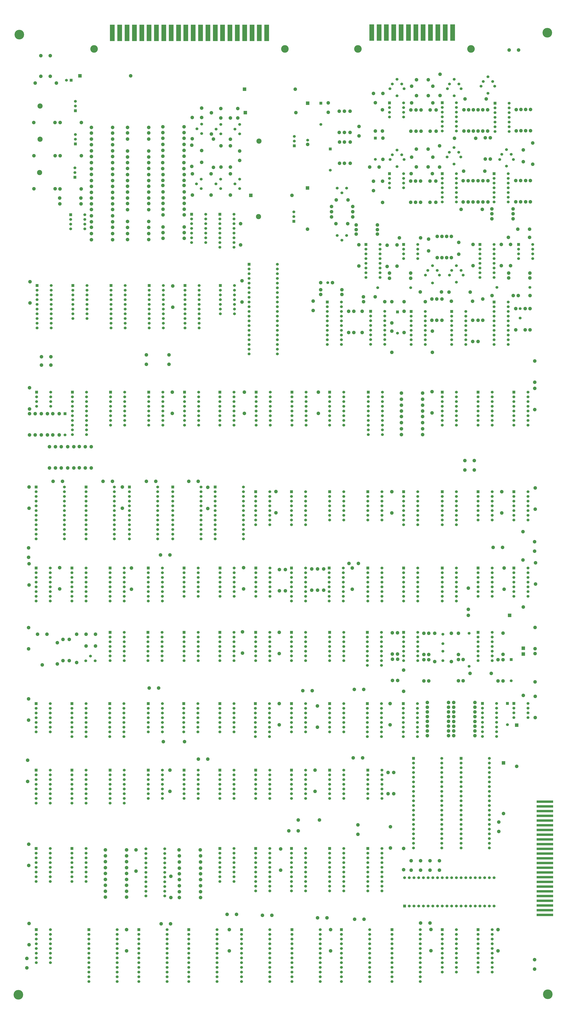
<source format=gbr>
%TF.GenerationSoftware,KiCad,Pcbnew,(6.0.1)*%
%TF.CreationDate,2022-02-08T00:07:30-07:00*%
%TF.ProjectId,atari_gravitar_black_widow,61746172-695f-4677-9261-76697461725f,rev?*%
%TF.SameCoordinates,Original*%
%TF.FileFunction,Soldermask,Top*%
%TF.FilePolarity,Negative*%
%FSLAX46Y46*%
G04 Gerber Fmt 4.6, Leading zero omitted, Abs format (unit mm)*
G04 Created by KiCad (PCBNEW (6.0.1)) date 2022-02-08 00:07:30*
%MOMM*%
%LPD*%
G01*
G04 APERTURE LIST*
G04 Aperture macros list*
%AMOutline4P*
0 Free polygon, 4 corners , with rotation*
0 The origin of the aperture is its center*
0 number of corners: always 4*
0 $1 to $8 corner X, Y*
0 $9 Rotation angle, in degrees counterclockwise*
0 create outline with 4 corners*
4,1,4,$1,$2,$3,$4,$5,$6,$7,$8,$1,$2,$9*%
G04 Aperture macros list end*
%ADD10Outline4P,-0.635000X-4.445000X0.635000X-4.445000X0.635000X4.445000X-0.635000X4.445000X270.000000*%
%ADD11R,2.540000X8.890000*%
%ADD12C,1.905000*%
%ADD13R,1.524000X1.524000*%
%ADD14C,1.524000*%
%ADD15R,1.905000X1.905000*%
%ADD16C,4.064000*%
%ADD17C,2.794000*%
%ADD18C,5.207000*%
G04 APERTURE END LIST*
D10*
%TO.C,J17*%
X320548000Y-503682000D03*
X320548000Y-501142000D03*
X320548000Y-498602000D03*
X320548000Y-496062000D03*
X320548000Y-493522000D03*
X320548000Y-490982000D03*
X320548000Y-488442000D03*
X320548000Y-485902000D03*
X320548000Y-483362000D03*
X320548000Y-480822000D03*
X320548000Y-478282000D03*
X320548000Y-475742000D03*
X320548000Y-473202000D03*
X320548000Y-470662000D03*
X320548000Y-468122000D03*
X320548000Y-465582000D03*
X320548000Y-463042000D03*
X320548000Y-460502000D03*
X320548000Y-457962000D03*
X320548000Y-455422000D03*
X320548000Y-452882000D03*
X320548000Y-450342000D03*
X320548000Y-447802000D03*
X320548000Y-445262000D03*
X320548000Y-442722000D03*
%TD*%
D11*
%TO.C,J19*%
X227177600Y-28702000D03*
X231140000Y-28702000D03*
X235102400Y-28702000D03*
X239064800Y-28702000D03*
X243027200Y-28702000D03*
X246989600Y-28702000D03*
X250952000Y-28702000D03*
X254914400Y-28702000D03*
X258876800Y-28702000D03*
X262839200Y-28702000D03*
X266801600Y-28702000D03*
X270764000Y-28702000D03*
%TD*%
%TO.C,J20*%
X87350600Y-28829000D03*
X91313000Y-28829000D03*
X95275400Y-28829000D03*
X99237800Y-28829000D03*
X103200200Y-28829000D03*
X107162600Y-28829000D03*
X111125000Y-28829000D03*
X115087400Y-28829000D03*
X119049800Y-28829000D03*
X123012200Y-28829000D03*
X126974600Y-28829000D03*
X130937000Y-28829000D03*
X134899400Y-28829000D03*
X138861800Y-28829000D03*
X142824200Y-28829000D03*
X146786600Y-28829000D03*
X150749000Y-28829000D03*
X154711400Y-28829000D03*
X158673800Y-28829000D03*
X162636200Y-28829000D03*
X166598600Y-28829000D03*
X170561000Y-28829000D03*
%TD*%
D12*
%TO.C,C114*%
X59156600Y-112826800D03*
X70586600Y-112826800D03*
%TD*%
%TO.C,R218*%
X212471000Y-87630000D03*
X212471000Y-99060000D03*
%TD*%
%TO.C,R54*%
X297942000Y-351917000D03*
X297942000Y-363347000D03*
%TD*%
D13*
%TO.C,A_4*%
X303784000Y-389763000D03*
D14*
X303784000Y-392303000D03*
X303784000Y-394843000D03*
X303784000Y-397383000D03*
X311404000Y-397383000D03*
X311404000Y-394843000D03*
X311404000Y-392303000D03*
X311404000Y-389763000D03*
%TD*%
D12*
%TO.C,C113*%
X214376000Y-118745000D03*
X208026000Y-118745000D03*
%TD*%
%TO.C,C47*%
X42418000Y-273304000D03*
X42418000Y-284734000D03*
%TD*%
%TO.C,C3*%
X150368000Y-511556000D03*
X150368000Y-522986000D03*
%TD*%
%TO.C,R216*%
X209677000Y-70993000D03*
X209677000Y-82423000D03*
%TD*%
D13*
%TO.C,K_10*%
X145288000Y-126492000D03*
D14*
X145288000Y-129032000D03*
X145288000Y-131572000D03*
X145288000Y-134112000D03*
X145288000Y-136652000D03*
X145288000Y-139192000D03*
X145288000Y-141732000D03*
X145288000Y-144272000D03*
X152908000Y-144272000D03*
X152908000Y-141732000D03*
X152908000Y-139192000D03*
X152908000Y-136652000D03*
X152908000Y-134112000D03*
X152908000Y-131572000D03*
X152908000Y-129032000D03*
X152908000Y-126492000D03*
%TD*%
%TO.C,R187*%
X238252000Y-94488000D03*
X240792000Y-91948000D03*
X243332000Y-94488000D03*
%TD*%
D13*
%TO.C,K_7*%
X142748000Y-273304000D03*
D14*
X142748000Y-275844000D03*
X142748000Y-278384000D03*
X142748000Y-280924000D03*
X142748000Y-283464000D03*
X142748000Y-286004000D03*
X142748000Y-288544000D03*
X142748000Y-291084000D03*
X142748000Y-293624000D03*
X142748000Y-296164000D03*
X142748000Y-298704000D03*
X142748000Y-301244000D03*
X157988000Y-301244000D03*
X157988000Y-298704000D03*
X157988000Y-296164000D03*
X157988000Y-293624000D03*
X157988000Y-291084000D03*
X157988000Y-288544000D03*
X157988000Y-286004000D03*
X157988000Y-283464000D03*
X157988000Y-280924000D03*
X157988000Y-278384000D03*
X157988000Y-275844000D03*
X157988000Y-273304000D03*
%TD*%
D12*
%TO.C,R19*%
X244348000Y-479298000D03*
X244348000Y-467868000D03*
%TD*%
%TO.C,C21*%
X315341000Y-385953000D03*
X315341000Y-397383000D03*
%TD*%
%TO.C,C28*%
X238252000Y-363220000D03*
X238252000Y-351790000D03*
%TD*%
%TO.C,C61*%
X42926000Y-162814000D03*
X42926000Y-174244000D03*
%TD*%
%TO.C,C76*%
X287020000Y-183515000D03*
X287020000Y-172085000D03*
%TD*%
D14*
%TO.C,R210*%
X238252000Y-56388000D03*
X240792000Y-53848000D03*
X243332000Y-56388000D03*
%TD*%
%TO.C,Ref\u002A\u002A*%
X267970000Y-58928000D03*
%TD*%
D12*
%TO.C,TPR/~{W}1*%
X263652000Y-479552000D03*
X263652000Y-474472000D03*
%TD*%
%TO.C,R12*%
X134874000Y-487934000D03*
X123444000Y-487934000D03*
%TD*%
D14*
%TO.C,Ref\u002A\u002A*%
X203454000Y-163322000D03*
%TD*%
D15*
%TO.C,C16*%
X298196000Y-421767000D03*
D12*
X298196000Y-449072000D03*
%TD*%
D16*
%TO.C,REF\u002A\u002A*%
X219710000Y-37465000D03*
%TD*%
D13*
%TO.C,K_2*%
X145288000Y-467868000D03*
D14*
X145288000Y-470408000D03*
X145288000Y-472948000D03*
X145288000Y-475488000D03*
X145288000Y-478028000D03*
X145288000Y-480568000D03*
X145288000Y-483108000D03*
X145288000Y-485648000D03*
X152908000Y-485648000D03*
X152908000Y-483108000D03*
X152908000Y-480568000D03*
X152908000Y-478028000D03*
X152908000Y-475488000D03*
X152908000Y-472948000D03*
X152908000Y-470408000D03*
X152908000Y-467868000D03*
%TD*%
D12*
%TO.C,R155*%
X145923000Y-89662000D03*
X145923000Y-101092000D03*
%TD*%
%TO.C,R154*%
X140716000Y-83312000D03*
X140716000Y-71882000D03*
%TD*%
%TO.C,R149*%
X130505200Y-116128800D03*
X130505200Y-104698800D03*
%TD*%
D13*
%TO.C,E/F_1*%
X210820000Y-511556000D03*
D14*
X210820000Y-514096000D03*
X210820000Y-516636000D03*
X210820000Y-519176000D03*
X210820000Y-521716000D03*
X210820000Y-524256000D03*
X210820000Y-526796000D03*
X210820000Y-529336000D03*
X210820000Y-531876000D03*
X210820000Y-534416000D03*
X210820000Y-536956000D03*
X210820000Y-539496000D03*
X226060000Y-539496000D03*
X226060000Y-536956000D03*
X226060000Y-534416000D03*
X226060000Y-531876000D03*
X226060000Y-529336000D03*
X226060000Y-526796000D03*
X226060000Y-524256000D03*
X226060000Y-521716000D03*
X226060000Y-519176000D03*
X226060000Y-516636000D03*
X226060000Y-514096000D03*
X226060000Y-511556000D03*
%TD*%
D12*
%TO.C,R147*%
X114554000Y-82550000D03*
X125984000Y-82550000D03*
%TD*%
D17*
%TO.C,VR2*%
X166370000Y-87122000D03*
D13*
X185420000Y-89662000D03*
D14*
X185420000Y-87122000D03*
X185420000Y-84582000D03*
%TD*%
D12*
%TO.C,TPRESET2*%
X49123600Y-203149200D03*
X54203600Y-203149200D03*
%TD*%
%TO.C,RV1*%
X248666000Y-95758000D03*
X260096000Y-95758000D03*
%TD*%
%TO.C,R202*%
X279400000Y-81661000D03*
X279400000Y-70231000D03*
%TD*%
%TO.C,R95*%
X309880000Y-177292000D03*
X309880000Y-188722000D03*
%TD*%
%TO.C,R163*%
X230251000Y-134747000D03*
X218821000Y-134747000D03*
%TD*%
%TO.C,R105*%
X56515000Y-94996000D03*
X45085000Y-94996000D03*
%TD*%
%TO.C,C96*%
X76073000Y-120904000D03*
X87503000Y-120904000D03*
%TD*%
D13*
%TO.C,N_3*%
X86106000Y-425704000D03*
D14*
X86106000Y-428244000D03*
X86106000Y-430784000D03*
X86106000Y-433324000D03*
X86106000Y-435864000D03*
X86106000Y-438404000D03*
X86106000Y-440944000D03*
X86106000Y-443484000D03*
X93726000Y-443484000D03*
X93726000Y-440944000D03*
X93726000Y-438404000D03*
X93726000Y-435864000D03*
X93726000Y-433324000D03*
X93726000Y-430784000D03*
X93726000Y-428244000D03*
X93726000Y-425704000D03*
%TD*%
D12*
%TO.C,R80*%
X243205000Y-226060000D03*
X254635000Y-226060000D03*
%TD*%
%TO.C,R86*%
X237998000Y-173583600D03*
X237998000Y-185013600D03*
%TD*%
D15*
%TO.C,C17*%
X305308000Y-401447000D03*
D12*
X305308000Y-423672000D03*
%TD*%
%TO.C,C131*%
X248285000Y-81788000D03*
X248285000Y-70358000D03*
%TD*%
%TO.C,TP~{VROM2}1*%
X87376000Y-270256000D03*
X82296000Y-270256000D03*
%TD*%
D13*
%TO.C,J_5*%
X164592000Y-351536000D03*
D14*
X164592000Y-354076000D03*
X164592000Y-356616000D03*
X164592000Y-359156000D03*
X164592000Y-361696000D03*
X164592000Y-364236000D03*
X164592000Y-366776000D03*
X172212000Y-366776000D03*
X172212000Y-364236000D03*
X172212000Y-361696000D03*
X172212000Y-359156000D03*
X172212000Y-356616000D03*
X172212000Y-354076000D03*
X172212000Y-351536000D03*
%TD*%
D12*
%TO.C,R118*%
X76073000Y-82804000D03*
X87503000Y-82804000D03*
%TD*%
D13*
%TO.C,M/N_7*%
X96520000Y-273304000D03*
D14*
X96520000Y-275844000D03*
X96520000Y-278384000D03*
X96520000Y-280924000D03*
X96520000Y-283464000D03*
X96520000Y-286004000D03*
X96520000Y-288544000D03*
X96520000Y-291084000D03*
X96520000Y-293624000D03*
X96520000Y-296164000D03*
X96520000Y-298704000D03*
X96520000Y-301244000D03*
X111760000Y-301244000D03*
X111760000Y-298704000D03*
X111760000Y-296164000D03*
X111760000Y-293624000D03*
X111760000Y-291084000D03*
X111760000Y-288544000D03*
X111760000Y-286004000D03*
X111760000Y-283464000D03*
X111760000Y-280924000D03*
X111760000Y-278384000D03*
X111760000Y-275844000D03*
X111760000Y-273304000D03*
%TD*%
D12*
%TO.C,TP~SA1*%
X187579000Y-458343000D03*
X182499000Y-458343000D03*
%TD*%
%TO.C,C130*%
X232918000Y-81661000D03*
X232918000Y-70231000D03*
%TD*%
%TO.C,C106*%
X114706400Y-117703600D03*
X126136400Y-117703600D03*
%TD*%
%TO.C,TPCAT_STROBE1*%
X295656000Y-453644000D03*
X295656000Y-458724000D03*
%TD*%
D13*
%TO.C,N/P_1*%
X74676000Y-511556000D03*
D14*
X74676000Y-514096000D03*
X74676000Y-516636000D03*
X74676000Y-519176000D03*
X74676000Y-521716000D03*
X74676000Y-524256000D03*
X74676000Y-526796000D03*
X74676000Y-529336000D03*
X74676000Y-531876000D03*
X74676000Y-534416000D03*
X74676000Y-536956000D03*
X74676000Y-539496000D03*
X89916000Y-539496000D03*
X89916000Y-536956000D03*
X89916000Y-534416000D03*
X89916000Y-531876000D03*
X89916000Y-529336000D03*
X89916000Y-526796000D03*
X89916000Y-524256000D03*
X89916000Y-521716000D03*
X89916000Y-519176000D03*
X89916000Y-516636000D03*
X89916000Y-514096000D03*
X89916000Y-511556000D03*
%TD*%
D12*
%TO.C,R115*%
X76073000Y-92329000D03*
X87503000Y-92329000D03*
%TD*%
%TO.C,R2*%
X83566000Y-490855000D03*
X94996000Y-490855000D03*
%TD*%
%TO.C,C55*%
X55245000Y-245237000D03*
X55245000Y-233807000D03*
%TD*%
D13*
%TO.C,N_5*%
X86106000Y-351536000D03*
D14*
X86106000Y-354076000D03*
X86106000Y-356616000D03*
X86106000Y-359156000D03*
X86106000Y-361696000D03*
X86106000Y-364236000D03*
X86106000Y-366776000D03*
X93726000Y-366776000D03*
X93726000Y-364236000D03*
X93726000Y-361696000D03*
X93726000Y-359156000D03*
X93726000Y-356616000D03*
X93726000Y-354076000D03*
X93726000Y-351536000D03*
%TD*%
D12*
%TO.C,C20*%
X237109000Y-389890000D03*
X237109000Y-401320000D03*
%TD*%
%TO.C,R103*%
X70358000Y-117729000D03*
X58928000Y-117729000D03*
%TD*%
%TO.C,R195*%
X229108000Y-66421000D03*
X229108000Y-81661000D03*
%TD*%
D13*
%TO.C,D_7*%
X244348000Y-275844000D03*
D14*
X244348000Y-278384000D03*
X244348000Y-280924000D03*
X244348000Y-283464000D03*
X244348000Y-286004000D03*
X244348000Y-288544000D03*
X244348000Y-291084000D03*
X244348000Y-293624000D03*
X251968000Y-293624000D03*
X251968000Y-291084000D03*
X251968000Y-288544000D03*
X251968000Y-286004000D03*
X251968000Y-283464000D03*
X251968000Y-280924000D03*
X251968000Y-278384000D03*
X251968000Y-275844000D03*
%TD*%
D12*
%TO.C,C103*%
X114655600Y-126847600D03*
X126085600Y-126847600D03*
%TD*%
D13*
%TO.C,CR6*%
X65151000Y-54356000D03*
D14*
X62611000Y-54356000D03*
%TD*%
%TO.C,Ref\u002A\u002A*%
X275209000Y-95631000D03*
%TD*%
D13*
%TO.C,N_4*%
X85979000Y-389890000D03*
D14*
X85979000Y-392430000D03*
X85979000Y-394970000D03*
X85979000Y-397510000D03*
X85979000Y-400050000D03*
X85979000Y-402590000D03*
X85979000Y-405130000D03*
X85979000Y-407670000D03*
X93599000Y-407670000D03*
X93599000Y-405130000D03*
X93599000Y-402590000D03*
X93599000Y-400050000D03*
X93599000Y-397510000D03*
X93599000Y-394970000D03*
X93599000Y-392430000D03*
X93599000Y-389890000D03*
%TD*%
D12*
%TO.C,L1*%
X68072000Y-352552000D03*
X68072000Y-367792000D03*
%TD*%
%TO.C,C116*%
X59182000Y-77089000D03*
X70612000Y-77089000D03*
%TD*%
%TO.C,C125*%
X312674000Y-108331000D03*
X312674000Y-119761000D03*
%TD*%
D13*
%TO.C,D_6*%
X244348000Y-316865000D03*
D14*
X244348000Y-319405000D03*
X244348000Y-321945000D03*
X244348000Y-324485000D03*
X244348000Y-327025000D03*
X244348000Y-329565000D03*
X244348000Y-332105000D03*
X244348000Y-334645000D03*
X251968000Y-334645000D03*
X251968000Y-332105000D03*
X251968000Y-329565000D03*
X251968000Y-327025000D03*
X251968000Y-324485000D03*
X251968000Y-321945000D03*
X251968000Y-319405000D03*
X251968000Y-316865000D03*
%TD*%
D12*
%TO.C,R70*%
X45720000Y-233807000D03*
X45720000Y-245237000D03*
%TD*%
D17*
%TO.C,Q3*%
X48387000Y-86106000D03*
D13*
X67437000Y-88646000D03*
D14*
X67437000Y-86106000D03*
X67437000Y-83566000D03*
%TD*%
D13*
%TO.C,F_3*%
X204470000Y-425704000D03*
D14*
X204470000Y-428244000D03*
X204470000Y-430784000D03*
X204470000Y-433324000D03*
X204470000Y-435864000D03*
X204470000Y-438404000D03*
X204470000Y-440944000D03*
X212090000Y-440944000D03*
X212090000Y-438404000D03*
X212090000Y-435864000D03*
X212090000Y-433324000D03*
X212090000Y-430784000D03*
X212090000Y-428244000D03*
X212090000Y-425704000D03*
%TD*%
D12*
%TO.C,C105*%
X114706400Y-120650000D03*
X126136400Y-120650000D03*
%TD*%
%TO.C,C51*%
X237998000Y-275844000D03*
X237998000Y-287274000D03*
%TD*%
D14*
%TO.C,C77*%
X307213000Y-182372000D03*
X307213000Y-177292000D03*
%TD*%
D12*
%TO.C,R63*%
X59817000Y-263017000D03*
X59817000Y-251587000D03*
%TD*%
%TO.C,R190*%
X288417000Y-96774000D03*
X288417000Y-85344000D03*
%TD*%
D13*
%TO.C,J_7*%
X164592000Y-275844000D03*
D14*
X164592000Y-278384000D03*
X164592000Y-280924000D03*
X164592000Y-283464000D03*
X164592000Y-286004000D03*
X164592000Y-288544000D03*
X164592000Y-291084000D03*
X164592000Y-293624000D03*
X172212000Y-293624000D03*
X172212000Y-291084000D03*
X172212000Y-288544000D03*
X172212000Y-286004000D03*
X172212000Y-283464000D03*
X172212000Y-280924000D03*
X172212000Y-278384000D03*
X172212000Y-275844000D03*
%TD*%
D15*
%TO.C,C36*%
X308864000Y-363220000D03*
D12*
X308864000Y-385445000D03*
%TD*%
%TO.C,R159*%
X205486000Y-127889000D03*
X216916000Y-127889000D03*
%TD*%
%TO.C,R109*%
X76073000Y-111506000D03*
X87503000Y-111506000D03*
%TD*%
%TO.C,R34*%
X282829000Y-402082000D03*
X271399000Y-402082000D03*
%TD*%
%TO.C,R11*%
X134874000Y-491109000D03*
X123444000Y-491109000D03*
%TD*%
D13*
%TO.C,CR5*%
X204851000Y-91313000D03*
D14*
X204851000Y-102743000D03*
%TD*%
D13*
%TO.C,K_8*%
X145288000Y-222250000D03*
D14*
X145288000Y-224790000D03*
X145288000Y-227330000D03*
X145288000Y-229870000D03*
X145288000Y-232410000D03*
X145288000Y-234950000D03*
X145288000Y-237490000D03*
X145288000Y-240030000D03*
X152908000Y-240030000D03*
X152908000Y-237490000D03*
X152908000Y-234950000D03*
X152908000Y-232410000D03*
X152908000Y-229870000D03*
X152908000Y-227330000D03*
X152908000Y-224790000D03*
X152908000Y-222250000D03*
%TD*%
D12*
%TO.C,R72*%
X52324000Y-233807000D03*
X52324000Y-245237000D03*
%TD*%
%TO.C,C101*%
X95504000Y-130352800D03*
X106934000Y-130352800D03*
%TD*%
D13*
%TO.C,R_1*%
X46355000Y-511556000D03*
D14*
X46355000Y-514096000D03*
X46355000Y-516636000D03*
X46355000Y-519176000D03*
X46355000Y-521716000D03*
X46355000Y-524256000D03*
X46355000Y-526796000D03*
X46355000Y-529336000D03*
X53975000Y-529336000D03*
X53975000Y-526796000D03*
X53975000Y-524256000D03*
X53975000Y-521716000D03*
X53975000Y-519176000D03*
X53975000Y-516636000D03*
X53975000Y-514096000D03*
X53975000Y-511556000D03*
%TD*%
D12*
%TO.C,R44*%
X241046000Y-351790000D03*
X241046000Y-363220000D03*
%TD*%
D13*
%TO.C,N_6*%
X86106000Y-316865000D03*
D14*
X86106000Y-319405000D03*
X86106000Y-321945000D03*
X86106000Y-324485000D03*
X86106000Y-327025000D03*
X86106000Y-329565000D03*
X86106000Y-332105000D03*
X86106000Y-334645000D03*
X93726000Y-334645000D03*
X93726000Y-332105000D03*
X93726000Y-329565000D03*
X93726000Y-327025000D03*
X93726000Y-324485000D03*
X93726000Y-321945000D03*
X93726000Y-319405000D03*
X93726000Y-316865000D03*
%TD*%
%TO.C,Q6*%
X135509000Y-77978000D03*
X132969000Y-80518000D03*
X135509000Y-83058000D03*
%TD*%
D12*
%TO.C,C14*%
X196596000Y-425704000D03*
X196596000Y-437134000D03*
%TD*%
%TO.C,R64*%
X63246000Y-263017000D03*
X63246000Y-251587000D03*
%TD*%
%TO.C,C82*%
X235458000Y-143129000D03*
X235458000Y-154559000D03*
%TD*%
%TO.C,C1*%
X42418000Y-508254000D03*
X42418000Y-519684000D03*
%TD*%
%TO.C,C112*%
X207899000Y-131572000D03*
X214249000Y-131572000D03*
%TD*%
D13*
%TO.C,R_3*%
X46228000Y-425704000D03*
D14*
X46228000Y-428244000D03*
X46228000Y-430784000D03*
X46228000Y-433324000D03*
X46228000Y-435864000D03*
X46228000Y-438404000D03*
X46228000Y-440944000D03*
X46228000Y-443484000D03*
X53848000Y-443484000D03*
X53848000Y-440944000D03*
X53848000Y-438404000D03*
X53848000Y-435864000D03*
X53848000Y-433324000D03*
X53848000Y-430784000D03*
X53848000Y-428244000D03*
X53848000Y-425704000D03*
%TD*%
D13*
%TO.C,C_11*%
X265176000Y-104648000D03*
D14*
X265176000Y-107188000D03*
X265176000Y-109728000D03*
X265176000Y-112268000D03*
X265176000Y-114808000D03*
X265176000Y-117348000D03*
X265176000Y-119888000D03*
X272796000Y-119888000D03*
X272796000Y-117348000D03*
X272796000Y-114808000D03*
X272796000Y-112268000D03*
X272796000Y-109728000D03*
X272796000Y-107188000D03*
X272796000Y-104648000D03*
%TD*%
D12*
%TO.C,R207*%
X307594000Y-70104000D03*
X307594000Y-81534000D03*
%TD*%
%TO.C,C59*%
X259715000Y-221996000D03*
X259715000Y-233426000D03*
%TD*%
%TO.C,R161*%
X216916000Y-122301000D03*
X205486000Y-122301000D03*
%TD*%
%TO.C,R183*%
X288163000Y-103251000D03*
X276733000Y-103251000D03*
%TD*%
D13*
%TO.C,B_8*%
X284480000Y-222250000D03*
D14*
X284480000Y-224790000D03*
X284480000Y-227330000D03*
X284480000Y-229870000D03*
X284480000Y-232410000D03*
X284480000Y-234950000D03*
X284480000Y-237490000D03*
X284480000Y-240030000D03*
X292100000Y-240030000D03*
X292100000Y-237490000D03*
X292100000Y-234950000D03*
X292100000Y-232410000D03*
X292100000Y-229870000D03*
X292100000Y-227330000D03*
X292100000Y-224790000D03*
X292100000Y-222250000D03*
%TD*%
D12*
%TO.C,TPYOUT1*%
X233172000Y-61468000D03*
X228092000Y-61468000D03*
%TD*%
%TO.C,R96*%
X236728000Y-160909000D03*
X248158000Y-160909000D03*
%TD*%
%TO.C,R117*%
X76073000Y-85979000D03*
X87503000Y-85979000D03*
%TD*%
%TO.C,R24*%
X257175000Y-407162000D03*
X268605000Y-407162000D03*
%TD*%
D15*
%TO.C,C120*%
X158623000Y-59182000D03*
D12*
X185928000Y-59182000D03*
%TD*%
%TO.C,C22*%
X42164000Y-348996000D03*
X42164000Y-360426000D03*
%TD*%
%TO.C,R17*%
X134874000Y-471805000D03*
X123444000Y-471805000D03*
%TD*%
%TO.C,C63*%
X157226000Y-162306000D03*
X157226000Y-173736000D03*
%TD*%
D13*
%TO.C,E_7*%
X225044000Y-275844000D03*
D14*
X225044000Y-278384000D03*
X225044000Y-280924000D03*
X225044000Y-283464000D03*
X225044000Y-286004000D03*
X225044000Y-288544000D03*
X225044000Y-291084000D03*
X232664000Y-291084000D03*
X232664000Y-288544000D03*
X232664000Y-286004000D03*
X232664000Y-283464000D03*
X232664000Y-280924000D03*
X232664000Y-278384000D03*
X232664000Y-275844000D03*
%TD*%
D13*
%TO.C,H_5*%
X183896000Y-351536000D03*
D14*
X183896000Y-354076000D03*
X183896000Y-356616000D03*
X183896000Y-359156000D03*
X183896000Y-361696000D03*
X183896000Y-364236000D03*
X183896000Y-366776000D03*
X191516000Y-366776000D03*
X191516000Y-364236000D03*
X191516000Y-361696000D03*
X191516000Y-359156000D03*
X191516000Y-356616000D03*
X191516000Y-354076000D03*
X191516000Y-351536000D03*
%TD*%
D13*
%TO.C,E_9*%
X226568000Y-178689000D03*
D14*
X226568000Y-181229000D03*
X226568000Y-183769000D03*
X226568000Y-186309000D03*
X226568000Y-188849000D03*
X226568000Y-191389000D03*
X226568000Y-193929000D03*
X226568000Y-196469000D03*
X234188000Y-196469000D03*
X234188000Y-193929000D03*
X234188000Y-191389000D03*
X234188000Y-188849000D03*
X234188000Y-186309000D03*
X234188000Y-183769000D03*
X234188000Y-181229000D03*
X234188000Y-178689000D03*
%TD*%
D12*
%TO.C,R145*%
X114554000Y-88900000D03*
X125984000Y-88900000D03*
%TD*%
%TO.C,R38*%
X282829000Y-391795000D03*
X271399000Y-391795000D03*
%TD*%
D13*
%TO.C,D_5*%
X244348000Y-351536000D03*
D14*
X244348000Y-354076000D03*
X244348000Y-356616000D03*
X244348000Y-359156000D03*
X244348000Y-361696000D03*
X244348000Y-364236000D03*
X244348000Y-366776000D03*
X251968000Y-366776000D03*
X251968000Y-364236000D03*
X251968000Y-361696000D03*
X251968000Y-359156000D03*
X251968000Y-356616000D03*
X251968000Y-354076000D03*
X251968000Y-351536000D03*
%TD*%
%TO.C,Ref\u002A\u002A*%
X244602000Y-97028000D03*
%TD*%
D12*
%TO.C,R194*%
X271780000Y-85598000D03*
X283210000Y-85598000D03*
%TD*%
%TO.C,TP+5V1*%
X53848000Y-41148000D03*
X48768000Y-41148000D03*
%TD*%
%TO.C,TPRESET1*%
X49123600Y-207670400D03*
X54203600Y-207670400D03*
%TD*%
%TO.C,C87*%
X297053000Y-154178000D03*
X297053000Y-142748000D03*
%TD*%
%TO.C,R134*%
X95504000Y-82677000D03*
X106934000Y-82677000D03*
%TD*%
D14*
%TO.C,Q10*%
X155956000Y-78105000D03*
X153416000Y-80645000D03*
X155956000Y-83185000D03*
%TD*%
D12*
%TO.C,R58*%
X194818000Y-328803000D03*
X194818000Y-317373000D03*
%TD*%
D13*
%TO.C,K_9*%
X145542000Y-164846000D03*
D14*
X145542000Y-167386000D03*
X145542000Y-169926000D03*
X145542000Y-172466000D03*
X145542000Y-175006000D03*
X145542000Y-177546000D03*
X145542000Y-180086000D03*
X153162000Y-180086000D03*
X153162000Y-177546000D03*
X153162000Y-175006000D03*
X153162000Y-172466000D03*
X153162000Y-169926000D03*
X153162000Y-167386000D03*
X153162000Y-164846000D03*
%TD*%
D12*
%TO.C,TP~{VROM1}1*%
X110744000Y-270256000D03*
X105664000Y-270256000D03*
%TD*%
D14*
%TO.C,Q9*%
X155956000Y-107569000D03*
X153416000Y-110109000D03*
X155956000Y-112649000D03*
%TD*%
D12*
%TO.C,R158*%
X150977600Y-86106000D03*
X150977600Y-74676000D03*
%TD*%
%TO.C,C78*%
X312547000Y-177292000D03*
X312547000Y-188722000D03*
%TD*%
D13*
%TO.C,R_9*%
X46736000Y-164846000D03*
D14*
X46736000Y-167386000D03*
X46736000Y-169926000D03*
X46736000Y-172466000D03*
X46736000Y-175006000D03*
X46736000Y-177546000D03*
X46736000Y-180086000D03*
X46736000Y-182626000D03*
X46736000Y-185166000D03*
X46736000Y-187706000D03*
X54356000Y-187706000D03*
X54356000Y-185166000D03*
X54356000Y-182626000D03*
X54356000Y-180086000D03*
X54356000Y-177546000D03*
X54356000Y-175006000D03*
X54356000Y-172466000D03*
X54356000Y-169926000D03*
X54356000Y-167386000D03*
X54356000Y-164846000D03*
%TD*%
D12*
%TO.C,R59*%
X197993000Y-328803000D03*
X197993000Y-317373000D03*
%TD*%
%TO.C,R219*%
X209804000Y-87630000D03*
X209804000Y-99060000D03*
%TD*%
%TO.C,C62*%
X119888000Y-165100000D03*
X119888000Y-176530000D03*
%TD*%
%TO.C,R153*%
X141859000Y-85979000D03*
X141859000Y-101219000D03*
%TD*%
D13*
%TO.C,P_3*%
X65532000Y-425704000D03*
D14*
X65532000Y-428244000D03*
X65532000Y-430784000D03*
X65532000Y-433324000D03*
X65532000Y-435864000D03*
X65532000Y-438404000D03*
X65532000Y-440944000D03*
X65532000Y-443484000D03*
X73152000Y-443484000D03*
X73152000Y-440944000D03*
X73152000Y-438404000D03*
X73152000Y-435864000D03*
X73152000Y-433324000D03*
X73152000Y-430784000D03*
X73152000Y-428244000D03*
X73152000Y-425704000D03*
%TD*%
%TO.C,Q8*%
X145796000Y-78105000D03*
X143256000Y-80645000D03*
X145796000Y-83185000D03*
%TD*%
D13*
%TO.C,J_4*%
X164465000Y-389890000D03*
D14*
X164465000Y-392430000D03*
X164465000Y-394970000D03*
X164465000Y-397510000D03*
X164465000Y-400050000D03*
X164465000Y-402590000D03*
X164465000Y-405130000D03*
X164465000Y-407670000D03*
X172085000Y-407670000D03*
X172085000Y-405130000D03*
X172085000Y-402590000D03*
X172085000Y-400050000D03*
X172085000Y-397510000D03*
X172085000Y-394970000D03*
X172085000Y-392430000D03*
X172085000Y-389890000D03*
%TD*%
D13*
%TO.C,A/B_12*%
X293674800Y-66700400D03*
D14*
X293674800Y-69240400D03*
X293674800Y-71780400D03*
X293674800Y-74320400D03*
X293674800Y-76860400D03*
X293674800Y-79400400D03*
X293674800Y-81940400D03*
X301294800Y-81940400D03*
X301294800Y-79400400D03*
X301294800Y-76860400D03*
X301294800Y-74320400D03*
X301294800Y-71780400D03*
X301294800Y-69240400D03*
X301294800Y-66700400D03*
%TD*%
D12*
%TO.C,C5*%
X259080000Y-511429000D03*
X259080000Y-522859000D03*
%TD*%
%TO.C,C2*%
X94996000Y-511556000D03*
X94996000Y-522986000D03*
%TD*%
%TO.C,R209*%
X312801000Y-81534000D03*
X312801000Y-70104000D03*
%TD*%
%TO.C,C12*%
X41656000Y-420370000D03*
X41656000Y-431800000D03*
%TD*%
D13*
%TO.C,L_5*%
X125984000Y-351536000D03*
D14*
X125984000Y-354076000D03*
X125984000Y-356616000D03*
X125984000Y-359156000D03*
X125984000Y-361696000D03*
X125984000Y-364236000D03*
X125984000Y-366776000D03*
X133604000Y-366776000D03*
X133604000Y-364236000D03*
X133604000Y-361696000D03*
X133604000Y-359156000D03*
X133604000Y-356616000D03*
X133604000Y-354076000D03*
X133604000Y-351536000D03*
%TD*%
D13*
%TO.C,C_1*%
X265176000Y-511556000D03*
D14*
X265176000Y-514096000D03*
X265176000Y-516636000D03*
X265176000Y-519176000D03*
X265176000Y-521716000D03*
X265176000Y-524256000D03*
X265176000Y-526796000D03*
X265176000Y-529336000D03*
X265176000Y-531876000D03*
X265176000Y-534416000D03*
X272796000Y-534416000D03*
X272796000Y-531876000D03*
X272796000Y-529336000D03*
X272796000Y-526796000D03*
X272796000Y-524256000D03*
X272796000Y-521716000D03*
X272796000Y-519176000D03*
X272796000Y-516636000D03*
X272796000Y-514096000D03*
X272796000Y-511556000D03*
%TD*%
D12*
%TO.C,R140*%
X114655600Y-105105200D03*
X126085600Y-105105200D03*
%TD*%
%TO.C,C19*%
X177292000Y-389890000D03*
X177292000Y-401320000D03*
%TD*%
%TO.C,C67*%
X217525600Y-190144400D03*
X217525600Y-178714400D03*
%TD*%
%TO.C,R165*%
X262509000Y-149860000D03*
X262509000Y-138430000D03*
%TD*%
%TO.C,R100*%
X300990000Y-160782000D03*
X312420000Y-160782000D03*
%TD*%
D13*
%TO.C,L_8*%
X126238000Y-222250000D03*
D14*
X126238000Y-224790000D03*
X126238000Y-227330000D03*
X126238000Y-229870000D03*
X126238000Y-232410000D03*
X126238000Y-234950000D03*
X126238000Y-237490000D03*
X126238000Y-240030000D03*
X133858000Y-240030000D03*
X133858000Y-237490000D03*
X133858000Y-234950000D03*
X133858000Y-232410000D03*
X133858000Y-229870000D03*
X133858000Y-227330000D03*
X133858000Y-224790000D03*
X133858000Y-222250000D03*
%TD*%
D15*
%TO.C,C117*%
X69913500Y-51943000D03*
D12*
X97218500Y-51943000D03*
%TD*%
%TO.C,C129*%
X308864000Y-98171000D03*
X308864000Y-91821000D03*
%TD*%
D13*
%TO.C,R_6*%
X46228000Y-316865000D03*
D14*
X46228000Y-319405000D03*
X46228000Y-321945000D03*
X46228000Y-324485000D03*
X46228000Y-327025000D03*
X46228000Y-329565000D03*
X46228000Y-332105000D03*
X46228000Y-334645000D03*
X53848000Y-334645000D03*
X53848000Y-332105000D03*
X53848000Y-329565000D03*
X53848000Y-327025000D03*
X53848000Y-324485000D03*
X53848000Y-321945000D03*
X53848000Y-319405000D03*
X53848000Y-316865000D03*
%TD*%
D13*
%TO.C,B_1*%
X284480000Y-511556000D03*
D14*
X284480000Y-514096000D03*
X284480000Y-516636000D03*
X284480000Y-519176000D03*
X284480000Y-521716000D03*
X284480000Y-524256000D03*
X284480000Y-526796000D03*
X284480000Y-529336000D03*
X284480000Y-531876000D03*
X284480000Y-534416000D03*
X292100000Y-534416000D03*
X292100000Y-531876000D03*
X292100000Y-529336000D03*
X292100000Y-526796000D03*
X292100000Y-524256000D03*
X292100000Y-521716000D03*
X292100000Y-519176000D03*
X292100000Y-516636000D03*
X292100000Y-514096000D03*
X292100000Y-511556000D03*
%TD*%
D13*
%TO.C,K_5*%
X145288000Y-351536000D03*
D14*
X145288000Y-354076000D03*
X145288000Y-356616000D03*
X145288000Y-359156000D03*
X145288000Y-361696000D03*
X145288000Y-364236000D03*
X145288000Y-366776000D03*
X152908000Y-366776000D03*
X152908000Y-364236000D03*
X152908000Y-361696000D03*
X152908000Y-359156000D03*
X152908000Y-356616000D03*
X152908000Y-354076000D03*
X152908000Y-351536000D03*
%TD*%
D12*
%TO.C,C43*%
X216662000Y-316865000D03*
X216662000Y-328295000D03*
%TD*%
%TO.C,C8*%
X100076000Y-468630000D03*
X100076000Y-480060000D03*
%TD*%
%TO.C,R36*%
X282829000Y-396875000D03*
X271399000Y-396875000D03*
%TD*%
%TO.C,R5*%
X83566000Y-481330000D03*
X94996000Y-481330000D03*
%TD*%
%TO.C,R23*%
X197866000Y-402590000D03*
X197866000Y-391160000D03*
%TD*%
%TO.C,R4*%
X83566000Y-484505000D03*
X94996000Y-484505000D03*
%TD*%
%TO.C,TPZOUT1*%
X155956000Y-97536000D03*
X155956000Y-92456000D03*
%TD*%
D13*
%TO.C,E_2*%
X225044000Y-467868000D03*
D14*
X225044000Y-470408000D03*
X225044000Y-472948000D03*
X225044000Y-475488000D03*
X225044000Y-478028000D03*
X225044000Y-480568000D03*
X225044000Y-483108000D03*
X225044000Y-485648000D03*
X225044000Y-488188000D03*
X225044000Y-490728000D03*
X232664000Y-490728000D03*
X232664000Y-488188000D03*
X232664000Y-485648000D03*
X232664000Y-483108000D03*
X232664000Y-480568000D03*
X232664000Y-478028000D03*
X232664000Y-475488000D03*
X232664000Y-472948000D03*
X232664000Y-470408000D03*
X232664000Y-467868000D03*
%TD*%
D13*
%TO.C,F_2*%
X204470000Y-467868000D03*
D14*
X204470000Y-470408000D03*
X204470000Y-472948000D03*
X204470000Y-475488000D03*
X204470000Y-478028000D03*
X204470000Y-480568000D03*
X204470000Y-483108000D03*
X204470000Y-485648000D03*
X204470000Y-488188000D03*
X204470000Y-490728000D03*
X212090000Y-490728000D03*
X212090000Y-488188000D03*
X212090000Y-485648000D03*
X212090000Y-483108000D03*
X212090000Y-480568000D03*
X212090000Y-478028000D03*
X212090000Y-475488000D03*
X212090000Y-472948000D03*
X212090000Y-470408000D03*
X212090000Y-467868000D03*
%TD*%
D12*
%TO.C,R179*%
X279146000Y-119888000D03*
X279146000Y-108458000D03*
%TD*%
%TO.C,C37*%
X315214000Y-348869000D03*
X315214000Y-360299000D03*
%TD*%
%TO.C,R60*%
X201295000Y-317373000D03*
X201295000Y-328803000D03*
%TD*%
D15*
%TO.C,C121*%
X192659000Y-66675000D03*
D12*
X192659000Y-88900000D03*
%TD*%
D14*
%TO.C,M_2*%
X105410000Y-467995000D03*
X105410000Y-470535000D03*
X105410000Y-473075000D03*
X105410000Y-475615000D03*
X105410000Y-478155000D03*
X105410000Y-480695000D03*
X105410000Y-483235000D03*
X105410000Y-485775000D03*
X105410000Y-488315000D03*
X105410000Y-490855000D03*
X105410000Y-493395000D03*
X115570000Y-493395000D03*
X115570000Y-490855000D03*
X115570000Y-488315000D03*
X115570000Y-485775000D03*
X115570000Y-483235000D03*
X115570000Y-480695000D03*
X115570000Y-478155000D03*
X115570000Y-475615000D03*
X115570000Y-473075000D03*
X115570000Y-470535000D03*
X115570000Y-467995000D03*
%TD*%
D12*
%TO.C,C107*%
X114706400Y-114427000D03*
X126136400Y-114427000D03*
%TD*%
D13*
%TO.C,F_9*%
X203200000Y-173736000D03*
D14*
X203200000Y-176276000D03*
X203200000Y-178816000D03*
X203200000Y-181356000D03*
X203200000Y-183896000D03*
X203200000Y-186436000D03*
X203200000Y-188976000D03*
X203200000Y-191516000D03*
X203200000Y-194056000D03*
X203200000Y-196596000D03*
X210820000Y-196596000D03*
X210820000Y-194056000D03*
X210820000Y-191516000D03*
X210820000Y-188976000D03*
X210820000Y-186436000D03*
X210820000Y-183896000D03*
X210820000Y-181356000D03*
X210820000Y-178816000D03*
X210820000Y-176276000D03*
X210820000Y-173736000D03*
%TD*%
D13*
%TO.C,M_8*%
X106934000Y-222250000D03*
D14*
X106934000Y-224790000D03*
X106934000Y-227330000D03*
X106934000Y-229870000D03*
X106934000Y-232410000D03*
X106934000Y-234950000D03*
X106934000Y-237490000D03*
X106934000Y-240030000D03*
X114554000Y-240030000D03*
X114554000Y-237490000D03*
X114554000Y-234950000D03*
X114554000Y-232410000D03*
X114554000Y-229870000D03*
X114554000Y-227330000D03*
X114554000Y-224790000D03*
X114554000Y-222250000D03*
%TD*%
D12*
%TO.C,C79*%
X312496200Y-170281600D03*
X306146200Y-170281600D03*
%TD*%
%TO.C,R169*%
X275336000Y-123825000D03*
X286766000Y-123825000D03*
%TD*%
%TO.C,R91*%
X280289000Y-168402000D03*
X268859000Y-168402000D03*
%TD*%
D13*
%TO.C,B_10*%
X285496000Y-142748000D03*
D14*
X285496000Y-145288000D03*
X285496000Y-147828000D03*
X285496000Y-150368000D03*
X285496000Y-152908000D03*
X285496000Y-155448000D03*
X285496000Y-157988000D03*
X285496000Y-160528000D03*
X293116000Y-160528000D03*
X293116000Y-157988000D03*
X293116000Y-155448000D03*
X293116000Y-152908000D03*
X293116000Y-150368000D03*
X293116000Y-147828000D03*
X293116000Y-145288000D03*
X293116000Y-142748000D03*
%TD*%
D12*
%TO.C,TPHALT1*%
X117856000Y-207264000D03*
X117856000Y-202184000D03*
%TD*%
%TO.C,C64*%
X211074000Y-169672000D03*
X199644000Y-169672000D03*
%TD*%
%TO.C,R97*%
X248158000Y-158115000D03*
X236728000Y-158115000D03*
%TD*%
D14*
%TO.C,R192*%
X297307000Y-94234000D03*
X299847000Y-91694000D03*
X302387000Y-94234000D03*
%TD*%
D13*
%TO.C,H_2*%
X183896000Y-467868000D03*
D14*
X183896000Y-470408000D03*
X183896000Y-472948000D03*
X183896000Y-475488000D03*
X183896000Y-478028000D03*
X183896000Y-480568000D03*
X183896000Y-483108000D03*
X183896000Y-485648000D03*
X183896000Y-488188000D03*
X183896000Y-490728000D03*
X191516000Y-490728000D03*
X191516000Y-488188000D03*
X191516000Y-485648000D03*
X191516000Y-483108000D03*
X191516000Y-480568000D03*
X191516000Y-478028000D03*
X191516000Y-475488000D03*
X191516000Y-472948000D03*
X191516000Y-470408000D03*
X191516000Y-467868000D03*
%TD*%
D17*
%TO.C,Q2*%
X48133000Y-104013000D03*
D13*
X67183000Y-106553000D03*
D14*
X67183000Y-104013000D03*
X67183000Y-101473000D03*
%TD*%
D12*
%TO.C,R8*%
X83566000Y-471805000D03*
X94996000Y-471805000D03*
%TD*%
%TO.C,C41*%
X97663000Y-316865000D03*
X97663000Y-328295000D03*
%TD*%
%TO.C,R66*%
X69545200Y-262991600D03*
X69545200Y-251561600D03*
%TD*%
%TO.C,R126*%
X95504000Y-108331000D03*
X106934000Y-108331000D03*
%TD*%
D15*
%TO.C,C39*%
X301498000Y-342392000D03*
D12*
X279273000Y-342392000D03*
%TD*%
%TO.C,C89*%
X300863000Y-138938000D03*
X312293000Y-138938000D03*
%TD*%
D13*
%TO.C,M_3*%
X106680000Y-425704000D03*
D14*
X106680000Y-428244000D03*
X106680000Y-430784000D03*
X106680000Y-433324000D03*
X106680000Y-435864000D03*
X106680000Y-438404000D03*
X106680000Y-440944000D03*
X114300000Y-440944000D03*
X114300000Y-438404000D03*
X114300000Y-435864000D03*
X114300000Y-433324000D03*
X114300000Y-430784000D03*
X114300000Y-428244000D03*
X114300000Y-425704000D03*
%TD*%
%TO.C,R98*%
X257429000Y-156718000D03*
X259969000Y-154178000D03*
X262509000Y-156718000D03*
%TD*%
D13*
%TO.C,J_3*%
X164592000Y-425704000D03*
D14*
X164592000Y-428244000D03*
X164592000Y-430784000D03*
X164592000Y-433324000D03*
X164592000Y-435864000D03*
X164592000Y-438404000D03*
X164592000Y-440944000D03*
X172212000Y-440944000D03*
X172212000Y-438404000D03*
X172212000Y-435864000D03*
X172212000Y-433324000D03*
X172212000Y-430784000D03*
X172212000Y-428244000D03*
X172212000Y-425704000D03*
%TD*%
D12*
%TO.C,R170*%
X303403000Y-128905000D03*
X291973000Y-128905000D03*
%TD*%
D14*
%TO.C,Ref\u002A\u002A*%
X269113000Y-159258000D03*
%TD*%
D13*
%TO.C,F_7*%
X204470000Y-275844000D03*
D14*
X204470000Y-278384000D03*
X204470000Y-280924000D03*
X204470000Y-283464000D03*
X204470000Y-286004000D03*
X204470000Y-288544000D03*
X204470000Y-291084000D03*
X212090000Y-291084000D03*
X212090000Y-288544000D03*
X212090000Y-286004000D03*
X212090000Y-283464000D03*
X212090000Y-280924000D03*
X212090000Y-278384000D03*
X212090000Y-275844000D03*
%TD*%
D13*
%TO.C,A_8*%
X303784000Y-222250000D03*
D14*
X303784000Y-224790000D03*
X303784000Y-227330000D03*
X303784000Y-229870000D03*
X303784000Y-232410000D03*
X303784000Y-234950000D03*
X303784000Y-237490000D03*
X303784000Y-240030000D03*
X311404000Y-240030000D03*
X311404000Y-237490000D03*
X311404000Y-234950000D03*
X311404000Y-232410000D03*
X311404000Y-229870000D03*
X311404000Y-227330000D03*
X311404000Y-224790000D03*
X311404000Y-222250000D03*
%TD*%
D12*
%TO.C,C18*%
X42164000Y-387350000D03*
X42164000Y-398780000D03*
%TD*%
%TO.C,R133*%
X95504000Y-85979000D03*
X106934000Y-85979000D03*
%TD*%
%TO.C,L3*%
X308737000Y-312547000D03*
X308737000Y-297307000D03*
%TD*%
%TO.C,TP+15V1*%
X203708000Y-71628000D03*
X203708000Y-66548000D03*
%TD*%
%TO.C,C137*%
X305943000Y-134493000D03*
X312293000Y-134493000D03*
%TD*%
%TO.C,C128*%
X251206000Y-91440000D03*
X257556000Y-91440000D03*
%TD*%
D13*
%TO.C,D/E_12*%
X236728000Y-66548000D03*
D14*
X236728000Y-69088000D03*
X236728000Y-71628000D03*
X236728000Y-74168000D03*
X244348000Y-74168000D03*
X244348000Y-71628000D03*
X244348000Y-69088000D03*
X244348000Y-66548000D03*
%TD*%
%TO.C,Q12*%
X208534000Y-112425000D03*
X211074000Y-114965000D03*
X213614000Y-112425000D03*
%TD*%
D18*
%TO.C,REF\u002A\u002A*%
X321868800Y-28727400D03*
%TD*%
D12*
%TO.C,R39*%
X282829000Y-389255000D03*
X271399000Y-389255000D03*
%TD*%
D13*
%TO.C,L_6*%
X125984000Y-316865000D03*
D14*
X125984000Y-319405000D03*
X125984000Y-321945000D03*
X125984000Y-324485000D03*
X125984000Y-327025000D03*
X125984000Y-329565000D03*
X125984000Y-332105000D03*
X133604000Y-332105000D03*
X133604000Y-329565000D03*
X133604000Y-327025000D03*
X133604000Y-324485000D03*
X133604000Y-321945000D03*
X133604000Y-319405000D03*
X133604000Y-316865000D03*
%TD*%
D12*
%TO.C,C25*%
X157480000Y-351282000D03*
X157480000Y-362712000D03*
%TD*%
%TO.C,C69*%
X238023400Y-189357000D03*
X238023400Y-200787000D03*
%TD*%
%TO.C,C92*%
X76073000Y-133477000D03*
X87503000Y-133477000D03*
%TD*%
%TO.C,Y1*%
X52070000Y-352552000D03*
X46990000Y-352552000D03*
X49530000Y-369062000D03*
%TD*%
D13*
%TO.C,H_6*%
X183896000Y-316865000D03*
D14*
X183896000Y-319405000D03*
X183896000Y-321945000D03*
X183896000Y-324485000D03*
X183896000Y-327025000D03*
X183896000Y-329565000D03*
X183896000Y-332105000D03*
X183896000Y-334645000D03*
X191516000Y-334645000D03*
X191516000Y-332105000D03*
X191516000Y-329565000D03*
X191516000Y-327025000D03*
X191516000Y-324485000D03*
X191516000Y-321945000D03*
X191516000Y-319405000D03*
X191516000Y-316865000D03*
%TD*%
D13*
%TO.C,K_6*%
X145415000Y-316865000D03*
D14*
X145415000Y-319405000D03*
X145415000Y-321945000D03*
X145415000Y-324485000D03*
X145415000Y-327025000D03*
X145415000Y-329565000D03*
X145415000Y-332105000D03*
X153035000Y-332105000D03*
X153035000Y-329565000D03*
X153035000Y-327025000D03*
X153035000Y-324485000D03*
X153035000Y-321945000D03*
X153035000Y-319405000D03*
X153035000Y-316865000D03*
%TD*%
%TO.C,Ref\u002A\u002A*%
X271526000Y-99441000D03*
%TD*%
D12*
%TO.C,C27*%
X238379000Y-366014000D03*
X238379000Y-377444000D03*
%TD*%
%TO.C,R10*%
X134874000Y-494284000D03*
X123444000Y-494284000D03*
%TD*%
%TO.C,R14*%
X134874000Y-481457000D03*
X123444000Y-481457000D03*
%TD*%
%TO.C,R3*%
X83566000Y-487680000D03*
X94996000Y-487680000D03*
%TD*%
D13*
%TO.C,B_3*%
X275336000Y-419354000D03*
D14*
X275336000Y-421894000D03*
X275336000Y-424434000D03*
X275336000Y-426974000D03*
X275336000Y-429514000D03*
X275336000Y-432054000D03*
X275336000Y-434594000D03*
X275336000Y-437134000D03*
X275336000Y-439674000D03*
X275336000Y-442214000D03*
X275336000Y-444754000D03*
X275336000Y-447294000D03*
X275336000Y-449834000D03*
X275336000Y-452374000D03*
X275336000Y-454914000D03*
X275336000Y-457454000D03*
X275336000Y-459994000D03*
X275336000Y-462534000D03*
X275336000Y-465074000D03*
X275336000Y-467614000D03*
X290576000Y-467614000D03*
X290576000Y-465074000D03*
X290576000Y-462534000D03*
X290576000Y-459994000D03*
X290576000Y-457454000D03*
X290576000Y-454914000D03*
X290576000Y-452374000D03*
X290576000Y-449834000D03*
X290576000Y-447294000D03*
X290576000Y-444754000D03*
X290576000Y-442214000D03*
X290576000Y-439674000D03*
X290576000Y-437134000D03*
X290576000Y-434594000D03*
X290576000Y-432054000D03*
X290576000Y-429514000D03*
X290576000Y-426974000D03*
X290576000Y-424434000D03*
X290576000Y-421894000D03*
X290576000Y-419354000D03*
%TD*%
%TO.C,Ref\u002A\u002A*%
X267843000Y-95631000D03*
%TD*%
D13*
%TO.C,B_6*%
X284480000Y-316865000D03*
D14*
X284480000Y-319405000D03*
X284480000Y-321945000D03*
X284480000Y-324485000D03*
X284480000Y-327025000D03*
X284480000Y-329565000D03*
X284480000Y-332105000D03*
X292100000Y-332105000D03*
X292100000Y-329565000D03*
X292100000Y-327025000D03*
X292100000Y-324485000D03*
X292100000Y-321945000D03*
X292100000Y-319405000D03*
X292100000Y-316865000D03*
%TD*%
D12*
%TO.C,C133*%
X251333000Y-54102000D03*
X257683000Y-54102000D03*
%TD*%
%TO.C,C54*%
X42672000Y-219837000D03*
X42672000Y-231267000D03*
%TD*%
%TO.C,R85*%
X222758000Y-173583600D03*
X234188000Y-173583600D03*
%TD*%
%TO.C,R173*%
X250825000Y-108585000D03*
X250825000Y-120015000D03*
%TD*%
%TO.C,R46*%
X255270000Y-352044000D03*
X255270000Y-363474000D03*
%TD*%
D13*
%TO.C,N_9*%
X86614000Y-164846000D03*
D14*
X86614000Y-167386000D03*
X86614000Y-169926000D03*
X86614000Y-172466000D03*
X86614000Y-175006000D03*
X86614000Y-177546000D03*
X86614000Y-180086000D03*
X86614000Y-182626000D03*
X86614000Y-185166000D03*
X86614000Y-187706000D03*
X94234000Y-187706000D03*
X94234000Y-185166000D03*
X94234000Y-182626000D03*
X94234000Y-180086000D03*
X94234000Y-177546000D03*
X94234000Y-175006000D03*
X94234000Y-172466000D03*
X94234000Y-169926000D03*
X94234000Y-167386000D03*
X94234000Y-164846000D03*
%TD*%
D12*
%TO.C,C75*%
X281660600Y-183540400D03*
X281660600Y-194970400D03*
%TD*%
%TO.C,R129*%
X95504000Y-98679000D03*
X106934000Y-98679000D03*
%TD*%
%TO.C,R125*%
X95504000Y-111379000D03*
X106934000Y-111379000D03*
%TD*%
D13*
%TO.C,E_8*%
X225298000Y-222250000D03*
D14*
X225298000Y-224790000D03*
X225298000Y-227330000D03*
X225298000Y-229870000D03*
X225298000Y-232410000D03*
X225298000Y-234950000D03*
X225298000Y-237490000D03*
X225298000Y-240030000D03*
X225298000Y-242570000D03*
X225298000Y-245110000D03*
X232918000Y-245110000D03*
X232918000Y-242570000D03*
X232918000Y-240030000D03*
X232918000Y-237490000D03*
X232918000Y-234950000D03*
X232918000Y-232410000D03*
X232918000Y-229870000D03*
X232918000Y-227330000D03*
X232918000Y-224790000D03*
X232918000Y-222250000D03*
%TD*%
D13*
%TO.C,D/E_11*%
X236728000Y-104648000D03*
D14*
X236728000Y-107188000D03*
X236728000Y-109728000D03*
X236728000Y-112268000D03*
X244348000Y-112268000D03*
X244348000Y-109728000D03*
X244348000Y-107188000D03*
X244348000Y-104648000D03*
%TD*%
D13*
%TO.C,CR1*%
X300355000Y-389763000D03*
D14*
X300355000Y-401193000D03*
%TD*%
D12*
%TO.C,R84*%
X214757000Y-178689000D03*
X214757000Y-190119000D03*
%TD*%
%TO.C,TP~{VROM0}1*%
X133604000Y-270256000D03*
X128524000Y-270256000D03*
%TD*%
%TO.C,TPGND4*%
X306324000Y-38100000D03*
X301244000Y-38100000D03*
%TD*%
D13*
%TO.C,M_1*%
X101600000Y-511556000D03*
D14*
X101600000Y-514096000D03*
X101600000Y-516636000D03*
X101600000Y-519176000D03*
X101600000Y-521716000D03*
X101600000Y-524256000D03*
X101600000Y-526796000D03*
X101600000Y-529336000D03*
X101600000Y-531876000D03*
X101600000Y-534416000D03*
X101600000Y-536956000D03*
X101600000Y-539496000D03*
X116840000Y-539496000D03*
X116840000Y-536956000D03*
X116840000Y-534416000D03*
X116840000Y-531876000D03*
X116840000Y-529336000D03*
X116840000Y-526796000D03*
X116840000Y-524256000D03*
X116840000Y-521716000D03*
X116840000Y-519176000D03*
X116840000Y-516636000D03*
X116840000Y-514096000D03*
X116840000Y-511556000D03*
%TD*%
D13*
%TO.C,J_6*%
X164719000Y-316865000D03*
D14*
X164719000Y-319405000D03*
X164719000Y-321945000D03*
X164719000Y-324485000D03*
X164719000Y-327025000D03*
X164719000Y-329565000D03*
X164719000Y-332105000D03*
X172339000Y-332105000D03*
X172339000Y-329565000D03*
X172339000Y-327025000D03*
X172339000Y-324485000D03*
X172339000Y-321945000D03*
X172339000Y-319405000D03*
X172339000Y-316865000D03*
%TD*%
D12*
%TO.C,R20*%
X199009000Y-452501000D03*
X187579000Y-452501000D03*
%TD*%
%TO.C,R112*%
X76073000Y-101981000D03*
X87503000Y-101981000D03*
%TD*%
%TO.C,R53*%
X297942000Y-366268000D03*
X297942000Y-377698000D03*
%TD*%
D13*
%TO.C,A/B_11*%
X293116000Y-104648000D03*
D14*
X293116000Y-107188000D03*
X293116000Y-109728000D03*
X293116000Y-112268000D03*
X293116000Y-114808000D03*
X293116000Y-117348000D03*
X293116000Y-119888000D03*
X300736000Y-119888000D03*
X300736000Y-117348000D03*
X300736000Y-114808000D03*
X300736000Y-112268000D03*
X300736000Y-109728000D03*
X300736000Y-107188000D03*
X300736000Y-104648000D03*
%TD*%
D12*
%TO.C,R143*%
X114554000Y-95250000D03*
X125984000Y-95250000D03*
%TD*%
%TO.C,R184*%
X304800000Y-119761000D03*
X304800000Y-108331000D03*
%TD*%
%TO.C,C84*%
X242062000Y-139192000D03*
X253492000Y-139192000D03*
%TD*%
D13*
%TO.C,P_2*%
X65532000Y-467868000D03*
D14*
X65532000Y-470408000D03*
X65532000Y-472948000D03*
X65532000Y-475488000D03*
X65532000Y-478028000D03*
X65532000Y-480568000D03*
X65532000Y-483108000D03*
X65532000Y-485648000D03*
X73152000Y-485648000D03*
X73152000Y-483108000D03*
X73152000Y-480568000D03*
X73152000Y-478028000D03*
X73152000Y-475488000D03*
X73152000Y-472948000D03*
X73152000Y-470408000D03*
X73152000Y-467868000D03*
%TD*%
D12*
%TO.C,C33*%
X270129000Y-367284000D03*
X270129000Y-352044000D03*
%TD*%
D14*
%TO.C,R212*%
X269113000Y-56388000D03*
X271653000Y-53848000D03*
X274193000Y-56388000D03*
%TD*%
D12*
%TO.C,R41*%
X60706000Y-355346000D03*
X60706000Y-366776000D03*
%TD*%
D13*
%TO.C,B_5*%
X284480000Y-351536000D03*
D14*
X284480000Y-354076000D03*
X284480000Y-356616000D03*
X284480000Y-359156000D03*
X284480000Y-361696000D03*
X284480000Y-364236000D03*
X284480000Y-366776000D03*
X292100000Y-366776000D03*
X292100000Y-364236000D03*
X292100000Y-361696000D03*
X292100000Y-359156000D03*
X292100000Y-356616000D03*
X292100000Y-354076000D03*
X292100000Y-351536000D03*
%TD*%
D12*
%TO.C,TP/POR1*%
X222250000Y-419100000D03*
X217170000Y-419100000D03*
%TD*%
%TO.C,R47*%
X257937000Y-377698000D03*
X257937000Y-366268000D03*
%TD*%
D16*
%TO.C,REF\u002A\u002A*%
X180340000Y-37465000D03*
%TD*%
D14*
%TO.C,Ref\u002A\u002A*%
X236982000Y-58928000D03*
%TD*%
%TO.C,Ref\u002A\u002A*%
X240792000Y-100838000D03*
%TD*%
D12*
%TO.C,C118*%
X135509000Y-92202000D03*
X135509000Y-98552000D03*
%TD*%
%TO.C,TPPHI01*%
X258572000Y-479552000D03*
X258572000Y-474472000D03*
%TD*%
%TO.C,C30*%
X261112000Y-367284000D03*
X261112000Y-352044000D03*
%TD*%
%TO.C,C9*%
X118872000Y-482854000D03*
X118872000Y-494284000D03*
%TD*%
%TO.C,R102*%
X70485000Y-120904000D03*
X59055000Y-120904000D03*
%TD*%
%TO.C,R57*%
X180594000Y-329184000D03*
X180594000Y-317754000D03*
%TD*%
%TO.C,R139*%
X114579400Y-108305600D03*
X126009400Y-108305600D03*
%TD*%
%TO.C,R101*%
X312420000Y-158115000D03*
X300990000Y-158115000D03*
%TD*%
%TO.C,C90*%
X87503000Y-140208000D03*
X76073000Y-140208000D03*
%TD*%
%TO.C,R142*%
X114503200Y-98704400D03*
X125933200Y-98704400D03*
%TD*%
%TO.C,C50*%
X175514000Y-275717000D03*
X175514000Y-287147000D03*
%TD*%
%TO.C,TP+6.8V1*%
X220345000Y-84328000D03*
X220345000Y-79248000D03*
%TD*%
D14*
%TO.C,Ref\u002A\u002A*%
X271653000Y-62738000D03*
%TD*%
D12*
%TO.C,R9*%
X83566000Y-468630000D03*
X94996000Y-468630000D03*
%TD*%
%TO.C,R62*%
X56642000Y-263017000D03*
X56642000Y-251587000D03*
%TD*%
%TO.C,C94*%
X76098400Y-127355600D03*
X87528400Y-127355600D03*
%TD*%
D13*
%TO.C,D_1*%
X238125000Y-511556000D03*
D14*
X238125000Y-514096000D03*
X238125000Y-516636000D03*
X238125000Y-519176000D03*
X238125000Y-521716000D03*
X238125000Y-524256000D03*
X238125000Y-526796000D03*
X238125000Y-529336000D03*
X238125000Y-531876000D03*
X238125000Y-534416000D03*
X238125000Y-536956000D03*
X238125000Y-539496000D03*
X253365000Y-539496000D03*
X253365000Y-536956000D03*
X253365000Y-534416000D03*
X253365000Y-531876000D03*
X253365000Y-529336000D03*
X253365000Y-526796000D03*
X253365000Y-524256000D03*
X253365000Y-521716000D03*
X253365000Y-519176000D03*
X253365000Y-516636000D03*
X253365000Y-514096000D03*
X253365000Y-511556000D03*
%TD*%
D12*
%TO.C,R81*%
X243205000Y-222758000D03*
X254635000Y-222758000D03*
%TD*%
D14*
%TO.C,Ref\u002A\u002A*%
X244602000Y-58928000D03*
%TD*%
%TO.C,Ref\u002A\u002A*%
X293497000Y-57531000D03*
%TD*%
D13*
%TO.C,C/D_3*%
X249682000Y-419354000D03*
D14*
X249682000Y-421894000D03*
X249682000Y-424434000D03*
X249682000Y-426974000D03*
X249682000Y-429514000D03*
X249682000Y-432054000D03*
X249682000Y-434594000D03*
X249682000Y-437134000D03*
X249682000Y-439674000D03*
X249682000Y-442214000D03*
X249682000Y-444754000D03*
X249682000Y-447294000D03*
X249682000Y-449834000D03*
X249682000Y-452374000D03*
X249682000Y-454914000D03*
X249682000Y-457454000D03*
X249682000Y-459994000D03*
X249682000Y-462534000D03*
X249682000Y-465074000D03*
X249682000Y-467614000D03*
X264922000Y-467614000D03*
X264922000Y-465074000D03*
X264922000Y-462534000D03*
X264922000Y-459994000D03*
X264922000Y-457454000D03*
X264922000Y-454914000D03*
X264922000Y-452374000D03*
X264922000Y-449834000D03*
X264922000Y-447294000D03*
X264922000Y-444754000D03*
X264922000Y-442214000D03*
X264922000Y-439674000D03*
X264922000Y-437134000D03*
X264922000Y-434594000D03*
X264922000Y-432054000D03*
X264922000Y-429514000D03*
X264922000Y-426974000D03*
X264922000Y-424434000D03*
X264922000Y-421894000D03*
X264922000Y-419354000D03*
%TD*%
D13*
%TO.C,P_10*%
X64897000Y-126746000D03*
D14*
X64897000Y-129286000D03*
X64897000Y-131826000D03*
X64897000Y-134366000D03*
X72517000Y-134366000D03*
X72517000Y-131826000D03*
X72517000Y-129286000D03*
X72517000Y-126746000D03*
%TD*%
D12*
%TO.C,TPGND1*%
X41275000Y-532130000D03*
X41275000Y-527050000D03*
%TD*%
%TO.C,C109*%
X156464000Y-131572000D03*
X156464000Y-143002000D03*
%TD*%
%TO.C,R176*%
X261747000Y-120015000D03*
X261747000Y-108585000D03*
%TD*%
%TO.C,TPGND2*%
X42164000Y-311150000D03*
X42164000Y-306070000D03*
%TD*%
%TO.C,R108*%
X76073000Y-114681000D03*
X87503000Y-114681000D03*
%TD*%
%TO.C,R136*%
X114706400Y-139395200D03*
X126136400Y-139395200D03*
%TD*%
%TO.C,R177*%
X248412000Y-104648000D03*
X259842000Y-104648000D03*
%TD*%
%TO.C,R110*%
X76073000Y-108331000D03*
X87503000Y-108331000D03*
%TD*%
D13*
%TO.C,A_6*%
X303784000Y-316865000D03*
D14*
X303784000Y-319405000D03*
X303784000Y-321945000D03*
X303784000Y-324485000D03*
X303784000Y-327025000D03*
X303784000Y-329565000D03*
X303784000Y-332105000D03*
X311404000Y-332105000D03*
X311404000Y-329565000D03*
X311404000Y-327025000D03*
X311404000Y-324485000D03*
X311404000Y-321945000D03*
X311404000Y-319405000D03*
X311404000Y-316865000D03*
%TD*%
D12*
%TO.C,R94*%
X304800000Y-188722000D03*
X304800000Y-177292000D03*
%TD*%
%TO.C,TPGND5*%
X314960000Y-307848000D03*
X314960000Y-302768000D03*
%TD*%
%TO.C,R203*%
X281940000Y-81661000D03*
X281940000Y-70231000D03*
%TD*%
D13*
%TO.C,CR8*%
X229108000Y-85471000D03*
D14*
X229108000Y-96901000D03*
%TD*%
D13*
%TO.C,CR2*%
X302387000Y-366141000D03*
D14*
X302387000Y-377571000D03*
%TD*%
D12*
%TO.C,C26*%
X177292000Y-351536000D03*
X177292000Y-362966000D03*
%TD*%
D13*
%TO.C,H_8*%
X184150000Y-222250000D03*
D14*
X184150000Y-224790000D03*
X184150000Y-227330000D03*
X184150000Y-229870000D03*
X184150000Y-232410000D03*
X184150000Y-234950000D03*
X184150000Y-237490000D03*
X184150000Y-240030000D03*
X191770000Y-240030000D03*
X191770000Y-237490000D03*
X191770000Y-234950000D03*
X191770000Y-232410000D03*
X191770000Y-229870000D03*
X191770000Y-227330000D03*
X191770000Y-224790000D03*
X191770000Y-222250000D03*
%TD*%
D12*
%TO.C,R37*%
X282829000Y-394335000D03*
X271399000Y-394335000D03*
%TD*%
%TO.C,R197*%
X253796800Y-70358000D03*
X253796800Y-81788000D03*
%TD*%
D16*
%TO.C,REF\u002A\u002A*%
X280670000Y-37465000D03*
%TD*%
D12*
%TO.C,R205*%
X287020000Y-81661000D03*
X287020000Y-70231000D03*
%TD*%
D13*
%TO.C,J_9*%
X161036000Y-153416000D03*
D14*
X161036000Y-155956000D03*
X161036000Y-158496000D03*
X161036000Y-161036000D03*
X161036000Y-163576000D03*
X161036000Y-166116000D03*
X161036000Y-168656000D03*
X161036000Y-171196000D03*
X161036000Y-173736000D03*
X161036000Y-176276000D03*
X161036000Y-178816000D03*
X161036000Y-181356000D03*
X161036000Y-183896000D03*
X161036000Y-186436000D03*
X161036000Y-188976000D03*
X161036000Y-191516000D03*
X161036000Y-194056000D03*
X161036000Y-196596000D03*
X161036000Y-199136000D03*
X161036000Y-201676000D03*
X176276000Y-201676000D03*
X176276000Y-199136000D03*
X176276000Y-196596000D03*
X176276000Y-194056000D03*
X176276000Y-191516000D03*
X176276000Y-188976000D03*
X176276000Y-186436000D03*
X176276000Y-183896000D03*
X176276000Y-181356000D03*
X176276000Y-178816000D03*
X176276000Y-176276000D03*
X176276000Y-173736000D03*
X176276000Y-171196000D03*
X176276000Y-168656000D03*
X176276000Y-166116000D03*
X176276000Y-163576000D03*
X176276000Y-161036000D03*
X176276000Y-158496000D03*
X176276000Y-155956000D03*
X176276000Y-153416000D03*
%TD*%
D12*
%TO.C,R68*%
X75996800Y-263042400D03*
X75996800Y-251612400D03*
%TD*%
D13*
%TO.C,E_5*%
X224790000Y-351536000D03*
D14*
X224790000Y-354076000D03*
X224790000Y-356616000D03*
X224790000Y-359156000D03*
X224790000Y-361696000D03*
X224790000Y-364236000D03*
X224790000Y-366776000D03*
X224790000Y-369316000D03*
X232410000Y-369316000D03*
X232410000Y-366776000D03*
X232410000Y-364236000D03*
X232410000Y-361696000D03*
X232410000Y-359156000D03*
X232410000Y-356616000D03*
X232410000Y-354076000D03*
X232410000Y-351536000D03*
%TD*%
D12*
%TO.C,C49*%
X138811000Y-273431000D03*
X138811000Y-284861000D03*
%TD*%
D13*
%TO.C,E_4*%
X224790000Y-389890000D03*
D14*
X224790000Y-392430000D03*
X224790000Y-394970000D03*
X224790000Y-397510000D03*
X224790000Y-400050000D03*
X224790000Y-402590000D03*
X224790000Y-405130000D03*
X224790000Y-407670000D03*
X232410000Y-407670000D03*
X232410000Y-405130000D03*
X232410000Y-402590000D03*
X232410000Y-400050000D03*
X232410000Y-397510000D03*
X232410000Y-394970000D03*
X232410000Y-392430000D03*
X232410000Y-389890000D03*
%TD*%
D12*
%TO.C,TP~{ROM0}1*%
X253492000Y-508000000D03*
X258572000Y-508000000D03*
%TD*%
%TO.C,R78*%
X243205000Y-232410000D03*
X254635000Y-232410000D03*
%TD*%
%TO.C,TP+5V2*%
X195580000Y-178308000D03*
X195580000Y-173228000D03*
%TD*%
%TO.C,R1*%
X83566000Y-494030000D03*
X94996000Y-494030000D03*
%TD*%
%TO.C,C99*%
X95504000Y-136906000D03*
X106934000Y-136906000D03*
%TD*%
%TO.C,C65*%
X205994000Y-163322000D03*
X199644000Y-163322000D03*
%TD*%
%TO.C,R141*%
X114528600Y-101955600D03*
X125958600Y-101955600D03*
%TD*%
D13*
%TO.C,CR7*%
X199771000Y-66675000D03*
D14*
X199771000Y-78105000D03*
%TD*%
D13*
%TO.C,R_7*%
X46228000Y-273304000D03*
D14*
X46228000Y-275844000D03*
X46228000Y-278384000D03*
X46228000Y-280924000D03*
X46228000Y-283464000D03*
X46228000Y-286004000D03*
X46228000Y-288544000D03*
X46228000Y-291084000D03*
X46228000Y-293624000D03*
X46228000Y-296164000D03*
X46228000Y-298704000D03*
X46228000Y-301244000D03*
X61468000Y-301244000D03*
X61468000Y-298704000D03*
X61468000Y-296164000D03*
X61468000Y-293624000D03*
X61468000Y-291084000D03*
X61468000Y-288544000D03*
X61468000Y-286004000D03*
X61468000Y-283464000D03*
X61468000Y-280924000D03*
X61468000Y-278384000D03*
X61468000Y-275844000D03*
X61468000Y-273304000D03*
%TD*%
D12*
%TO.C,C104*%
X114706400Y-123799600D03*
X126136400Y-123799600D03*
%TD*%
%TO.C,R77*%
X254635000Y-235331000D03*
X243205000Y-235331000D03*
%TD*%
D15*
%TO.C,C38*%
X308864000Y-360108500D03*
D12*
X308864000Y-337883500D03*
%TD*%
D13*
%TO.C,C_8*%
X265176000Y-222250000D03*
D14*
X265176000Y-224790000D03*
X265176000Y-227330000D03*
X265176000Y-229870000D03*
X265176000Y-232410000D03*
X265176000Y-234950000D03*
X265176000Y-237490000D03*
X265176000Y-240030000D03*
X272796000Y-240030000D03*
X272796000Y-237490000D03*
X272796000Y-234950000D03*
X272796000Y-232410000D03*
X272796000Y-229870000D03*
X272796000Y-227330000D03*
X272796000Y-224790000D03*
X272796000Y-222250000D03*
%TD*%
D12*
%TO.C,R74*%
X254635000Y-245110000D03*
X243205000Y-245110000D03*
%TD*%
%TO.C,R42*%
X64135000Y-355346000D03*
X64135000Y-366776000D03*
%TD*%
D13*
%TO.C,A_7*%
X303784000Y-275844000D03*
D14*
X303784000Y-278384000D03*
X303784000Y-280924000D03*
X303784000Y-283464000D03*
X303784000Y-286004000D03*
X303784000Y-288544000D03*
X303784000Y-291084000D03*
X311404000Y-291084000D03*
X311404000Y-288544000D03*
X311404000Y-286004000D03*
X311404000Y-283464000D03*
X311404000Y-280924000D03*
X311404000Y-278384000D03*
X311404000Y-275844000D03*
%TD*%
D12*
%TO.C,TPYAUD11*%
X282448000Y-259080000D03*
X277368000Y-259080000D03*
%TD*%
%TO.C,C60*%
X315087000Y-220218000D03*
X315087000Y-231648000D03*
%TD*%
%TO.C,C35*%
X291592000Y-373634000D03*
X280162000Y-373634000D03*
%TD*%
%TO.C,R138*%
X114655600Y-133299200D03*
X126085600Y-133299200D03*
%TD*%
%TO.C,R181*%
X284480000Y-108458000D03*
X284480000Y-119888000D03*
%TD*%
%TO.C,R208*%
X310134000Y-81534000D03*
X310134000Y-70104000D03*
%TD*%
%TO.C,C24*%
X78232000Y-352552000D03*
X78232000Y-358902000D03*
%TD*%
%TO.C,R171*%
X291973000Y-126238000D03*
X303403000Y-126238000D03*
%TD*%
D13*
%TO.C,L_10*%
X130048000Y-126492000D03*
D14*
X130048000Y-129032000D03*
X130048000Y-131572000D03*
X130048000Y-134112000D03*
X130048000Y-136652000D03*
X130048000Y-139192000D03*
X130048000Y-141732000D03*
X137668000Y-141732000D03*
X137668000Y-139192000D03*
X137668000Y-136652000D03*
X137668000Y-134112000D03*
X137668000Y-131572000D03*
X137668000Y-129032000D03*
X137668000Y-126492000D03*
%TD*%
%TO.C,Q7*%
X145766000Y-107569000D03*
X143226000Y-110109000D03*
X145766000Y-112649000D03*
%TD*%
D12*
%TO.C,TP12MHZ1*%
X219964000Y-314452000D03*
X214884000Y-314452000D03*
%TD*%
D16*
%TO.C,REF\u002A\u002A*%
X77470000Y-37465000D03*
%TD*%
D12*
%TO.C,R43*%
X241173000Y-377444000D03*
X241173000Y-366014000D03*
%TD*%
%TO.C,R167*%
X267589000Y-149860000D03*
X267589000Y-138430000D03*
%TD*%
%TO.C,C44*%
X279273000Y-327710800D03*
X279273000Y-339140800D03*
%TD*%
D13*
%TO.C,R_2*%
X46228000Y-467868000D03*
D14*
X46228000Y-470408000D03*
X46228000Y-472948000D03*
X46228000Y-475488000D03*
X46228000Y-478028000D03*
X46228000Y-480568000D03*
X46228000Y-483108000D03*
X46228000Y-485648000D03*
X53848000Y-485648000D03*
X53848000Y-483108000D03*
X53848000Y-480568000D03*
X53848000Y-478028000D03*
X53848000Y-475488000D03*
X53848000Y-472948000D03*
X53848000Y-470408000D03*
X53848000Y-467868000D03*
%TD*%
D13*
%TO.C,P9*%
X66040000Y-164846000D03*
D14*
X66040000Y-167386000D03*
X66040000Y-169926000D03*
X66040000Y-172466000D03*
X66040000Y-175006000D03*
X66040000Y-177546000D03*
X66040000Y-180086000D03*
X66040000Y-182626000D03*
X73660000Y-182626000D03*
X73660000Y-180086000D03*
X73660000Y-177546000D03*
X73660000Y-175006000D03*
X73660000Y-172466000D03*
X73660000Y-169926000D03*
X73660000Y-167386000D03*
X73660000Y-164846000D03*
%TD*%
D13*
%TO.C,L_4*%
X125857000Y-389890000D03*
D14*
X125857000Y-392430000D03*
X125857000Y-394970000D03*
X125857000Y-397510000D03*
X125857000Y-400050000D03*
X125857000Y-402590000D03*
X125857000Y-405130000D03*
X133477000Y-405130000D03*
X133477000Y-402590000D03*
X133477000Y-400050000D03*
X133477000Y-397510000D03*
X133477000Y-394970000D03*
X133477000Y-392430000D03*
X133477000Y-389890000D03*
%TD*%
D17*
%TO.C,VR1*%
X166116000Y-127762000D03*
D13*
X185166000Y-130302000D03*
D14*
X185166000Y-127762000D03*
X185166000Y-125222000D03*
%TD*%
D12*
%TO.C,R93*%
X303504600Y-170281600D03*
X292074600Y-170281600D03*
%TD*%
%TO.C,C132*%
X251333000Y-62611000D03*
X257683000Y-62611000D03*
%TD*%
%TO.C,R193*%
X313944000Y-88138000D03*
X313944000Y-99568000D03*
%TD*%
D13*
%TO.C,C_12*%
X265176000Y-66421000D03*
D14*
X265176000Y-68961000D03*
X265176000Y-71501000D03*
X265176000Y-74041000D03*
X265176000Y-76581000D03*
X265176000Y-79121000D03*
X265176000Y-81661000D03*
X272796000Y-81661000D03*
X272796000Y-79121000D03*
X272796000Y-76581000D03*
X272796000Y-74041000D03*
X272796000Y-71501000D03*
X272796000Y-68961000D03*
X272796000Y-66421000D03*
%TD*%
D12*
%TO.C,TPGND6*%
X53848000Y-52197000D03*
X48768000Y-52197000D03*
%TD*%
%TO.C,R92*%
X284480000Y-194995800D03*
X284480000Y-183565800D03*
%TD*%
D14*
%TO.C,Ref\u002A\u002A*%
X240792000Y-62738000D03*
%TD*%
D12*
%TO.C,R196*%
X251053600Y-70358000D03*
X251053600Y-81788000D03*
%TD*%
%TO.C,R65*%
X66548000Y-263017000D03*
X66548000Y-251587000D03*
%TD*%
%TO.C,TP~{RESET}1*%
X248412000Y-479552000D03*
X248412000Y-474472000D03*
%TD*%
%TO.C,TP~{ROM1}1*%
X223012000Y-505968000D03*
X217932000Y-505968000D03*
%TD*%
%TO.C,R214*%
X215519000Y-82423000D03*
X215519000Y-70993000D03*
%TD*%
D14*
%TO.C,R99*%
X270256000Y-156718000D03*
X272796000Y-154178000D03*
X275336000Y-156718000D03*
%TD*%
D13*
%TO.C,D_10*%
X244348000Y-142748000D03*
D14*
X244348000Y-145288000D03*
X244348000Y-147828000D03*
X244348000Y-150368000D03*
X251968000Y-150368000D03*
X251968000Y-147828000D03*
X251968000Y-145288000D03*
X251968000Y-142748000D03*
%TD*%
%TO.C,R189*%
X268986000Y-93091000D03*
X271526000Y-90551000D03*
X274066000Y-93091000D03*
%TD*%
D12*
%TO.C,TPGND3*%
X314960000Y-532765000D03*
X314960000Y-527685000D03*
%TD*%
%TO.C,C70*%
X244602000Y-178689000D03*
X244602000Y-190119000D03*
%TD*%
%TO.C,R31*%
X257175000Y-389255000D03*
X268605000Y-389255000D03*
%TD*%
%TO.C,R168*%
X270129000Y-149860000D03*
X270129000Y-138430000D03*
%TD*%
%TO.C,C74*%
X281584400Y-173278800D03*
X270154400Y-173278800D03*
%TD*%
%TO.C,C115*%
X59207400Y-94996000D03*
X70637400Y-94996000D03*
%TD*%
%TO.C,C46*%
X315468000Y-314071000D03*
X315468000Y-325501000D03*
%TD*%
D14*
%TO.C,Ref\u002A\u002A*%
X289814000Y-61341000D03*
%TD*%
D12*
%TO.C,R32*%
X282829000Y-407162000D03*
X271399000Y-407162000D03*
%TD*%
D14*
%TO.C,Q11*%
X208534000Y-137922000D03*
X211074000Y-140462000D03*
X213614000Y-137922000D03*
%TD*%
D12*
%TO.C,R182*%
X287147000Y-119888000D03*
X287147000Y-108458000D03*
%TD*%
%TO.C,C7*%
X42291000Y-465582000D03*
X42291000Y-477012000D03*
%TD*%
%TO.C,C81*%
X220218000Y-154305000D03*
X220218000Y-142875000D03*
%TD*%
D14*
%TO.C,Ref\u002A\u002A*%
X272796000Y-163068000D03*
%TD*%
D12*
%TO.C,C135*%
X305054000Y-70154800D03*
X305054000Y-81584800D03*
%TD*%
D13*
%TO.C,B_4*%
X286913000Y-389763000D03*
D14*
X286913000Y-392303000D03*
X286913000Y-394843000D03*
X286913000Y-397383000D03*
X286913000Y-399923000D03*
X286913000Y-402463000D03*
X286913000Y-405003000D03*
X286913000Y-407543000D03*
X294533000Y-407543000D03*
X294533000Y-405003000D03*
X294533000Y-402463000D03*
X294533000Y-399923000D03*
X294533000Y-397383000D03*
X294533000Y-394843000D03*
X294533000Y-392303000D03*
X294533000Y-389763000D03*
%TD*%
D12*
%TO.C,R113*%
X76073000Y-98679000D03*
X87503000Y-98679000D03*
%TD*%
%TO.C,R45*%
X255270000Y-366268000D03*
X255270000Y-377698000D03*
%TD*%
%TO.C,C56*%
X119634000Y-222250000D03*
X119634000Y-233680000D03*
%TD*%
%TO.C,R198*%
X258699000Y-81788000D03*
X258699000Y-70358000D03*
%TD*%
%TO.C,C71*%
X244602000Y-173532800D03*
X256032000Y-173532800D03*
%TD*%
%TO.C,TP~{ROM4}1*%
X154305000Y-503301000D03*
X149225000Y-503301000D03*
%TD*%
%TO.C,C10*%
X178054000Y-468122000D03*
X178054000Y-479552000D03*
%TD*%
D15*
%TO.C,C111*%
X192532000Y-112331500D03*
D12*
X192532000Y-134556500D03*
%TD*%
%TO.C,C6*%
X295275000Y-511556000D03*
X295275000Y-522986000D03*
%TD*%
%TO.C,C42*%
X158115000Y-316738000D03*
X158115000Y-328168000D03*
%TD*%
D13*
%TO.C,B_7*%
X284480000Y-275844000D03*
D14*
X284480000Y-278384000D03*
X284480000Y-280924000D03*
X284480000Y-283464000D03*
X284480000Y-286004000D03*
X284480000Y-288544000D03*
X284480000Y-291084000D03*
X292100000Y-291084000D03*
X292100000Y-288544000D03*
X292100000Y-286004000D03*
X292100000Y-283464000D03*
X292100000Y-280924000D03*
X292100000Y-278384000D03*
X292100000Y-275844000D03*
%TD*%
D12*
%TO.C,C98*%
X95504000Y-140081000D03*
X106934000Y-140081000D03*
%TD*%
D13*
%TO.C,CR3*%
X61849000Y-233807000D03*
D14*
X61849000Y-245237000D03*
%TD*%
D13*
%TO.C,P_8*%
X65786000Y-222250000D03*
D14*
X65786000Y-224790000D03*
X65786000Y-227330000D03*
X65786000Y-229870000D03*
X65786000Y-232410000D03*
X65786000Y-234950000D03*
X65786000Y-237490000D03*
X65786000Y-240030000D03*
X65786000Y-242570000D03*
X65786000Y-245110000D03*
X73406000Y-245110000D03*
X73406000Y-242570000D03*
X73406000Y-240030000D03*
X73406000Y-237490000D03*
X73406000Y-234950000D03*
X73406000Y-232410000D03*
X73406000Y-229870000D03*
X73406000Y-227330000D03*
X73406000Y-224790000D03*
X73406000Y-222250000D03*
%TD*%
D13*
%TO.C,C_6*%
X265176000Y-316865000D03*
D14*
X265176000Y-319405000D03*
X265176000Y-321945000D03*
X265176000Y-324485000D03*
X265176000Y-327025000D03*
X265176000Y-329565000D03*
X265176000Y-332105000D03*
X265176000Y-334645000D03*
X272796000Y-334645000D03*
X272796000Y-332105000D03*
X272796000Y-329565000D03*
X272796000Y-327025000D03*
X272796000Y-324485000D03*
X272796000Y-321945000D03*
X272796000Y-319405000D03*
X272796000Y-316865000D03*
%TD*%
D12*
%TO.C,R107*%
X45720000Y-55880000D03*
X57150000Y-55880000D03*
%TD*%
D14*
%TO.C,C72*%
X248158000Y-165989000D03*
X230378000Y-165989000D03*
%TD*%
D12*
%TO.C,R127*%
X95504000Y-105156000D03*
X106934000Y-105156000D03*
%TD*%
D13*
%TO.C,H_4*%
X183896000Y-389890000D03*
D14*
X183896000Y-392430000D03*
X183896000Y-394970000D03*
X183896000Y-397510000D03*
X183896000Y-400050000D03*
X183896000Y-402590000D03*
X183896000Y-405130000D03*
X191516000Y-405130000D03*
X191516000Y-402590000D03*
X191516000Y-400050000D03*
X191516000Y-397510000D03*
X191516000Y-394970000D03*
X191516000Y-392430000D03*
X191516000Y-389890000D03*
%TD*%
D13*
%TO.C,C_2*%
X244856000Y-498856000D03*
D14*
X247396000Y-498856000D03*
X249936000Y-498856000D03*
X252476000Y-498856000D03*
X255016000Y-498856000D03*
X257556000Y-498856000D03*
X260096000Y-498856000D03*
X262636000Y-498856000D03*
X265176000Y-498856000D03*
X267716000Y-498856000D03*
X270256000Y-498856000D03*
X272796000Y-498856000D03*
X275336000Y-498856000D03*
X277876000Y-498856000D03*
X280416000Y-498856000D03*
X282956000Y-498856000D03*
X285496000Y-498856000D03*
X288036000Y-498856000D03*
X290576000Y-498856000D03*
X293116000Y-498856000D03*
X293116000Y-483616000D03*
X290576000Y-483616000D03*
X288036000Y-483616000D03*
X285496000Y-483616000D03*
X282956000Y-483616000D03*
X280416000Y-483616000D03*
X277876000Y-483616000D03*
X275336000Y-483616000D03*
X272796000Y-483616000D03*
X270256000Y-483616000D03*
X267716000Y-483616000D03*
X265176000Y-483616000D03*
X262636000Y-483616000D03*
X260096000Y-483616000D03*
X257556000Y-483616000D03*
X255016000Y-483616000D03*
X252476000Y-483616000D03*
X249936000Y-483616000D03*
X247396000Y-483616000D03*
X244856000Y-483616000D03*
%TD*%
D12*
%TO.C,TPGREEN1*%
X145796000Y-74676000D03*
X145796000Y-69596000D03*
%TD*%
D13*
%TO.C,F_6*%
X204216000Y-316865000D03*
D14*
X204216000Y-319405000D03*
X204216000Y-321945000D03*
X204216000Y-324485000D03*
X204216000Y-327025000D03*
X204216000Y-329565000D03*
X204216000Y-332105000D03*
X204216000Y-334645000D03*
X211836000Y-334645000D03*
X211836000Y-332105000D03*
X211836000Y-329565000D03*
X211836000Y-327025000D03*
X211836000Y-324485000D03*
X211836000Y-321945000D03*
X211836000Y-319405000D03*
X211836000Y-316865000D03*
%TD*%
D12*
%TO.C,R172*%
X291973000Y-123571000D03*
X303403000Y-123571000D03*
%TD*%
D14*
%TO.C,C34*%
X279654000Y-352044000D03*
X279654000Y-369824000D03*
%TD*%
D12*
%TO.C,R6*%
X83566000Y-478155000D03*
X94996000Y-478155000D03*
%TD*%
%TO.C,R200*%
X248691400Y-66548000D03*
X260121400Y-66548000D03*
%TD*%
%TO.C,R121*%
X106934000Y-124002800D03*
X95504000Y-124002800D03*
%TD*%
D18*
%TO.C,REF\u002A\u002A*%
X37236400Y-29819600D03*
%TD*%
D13*
%TO.C,M_4*%
X106680000Y-389890000D03*
D14*
X106680000Y-392430000D03*
X106680000Y-394970000D03*
X106680000Y-397510000D03*
X106680000Y-400050000D03*
X106680000Y-402590000D03*
X106680000Y-405130000D03*
X114300000Y-405130000D03*
X114300000Y-402590000D03*
X114300000Y-400050000D03*
X114300000Y-397510000D03*
X114300000Y-394970000D03*
X114300000Y-392430000D03*
X114300000Y-389890000D03*
%TD*%
%TO.C,Ref\u002A\u002A*%
X286131000Y-57531000D03*
%TD*%
D13*
%TO.C,N/P_7*%
X73152000Y-273304000D03*
D14*
X73152000Y-275844000D03*
X73152000Y-278384000D03*
X73152000Y-280924000D03*
X73152000Y-283464000D03*
X73152000Y-286004000D03*
X73152000Y-288544000D03*
X73152000Y-291084000D03*
X73152000Y-293624000D03*
X73152000Y-296164000D03*
X73152000Y-298704000D03*
X73152000Y-301244000D03*
X88392000Y-301244000D03*
X88392000Y-298704000D03*
X88392000Y-296164000D03*
X88392000Y-293624000D03*
X88392000Y-291084000D03*
X88392000Y-288544000D03*
X88392000Y-286004000D03*
X88392000Y-283464000D03*
X88392000Y-280924000D03*
X88392000Y-278384000D03*
X88392000Y-275844000D03*
X88392000Y-273304000D03*
%TD*%
%TO.C,Ref\u002A\u002A*%
X276479000Y-159258000D03*
%TD*%
D13*
%TO.C,M_5*%
X106553000Y-351536000D03*
D14*
X106553000Y-354076000D03*
X106553000Y-356616000D03*
X106553000Y-359156000D03*
X106553000Y-361696000D03*
X106553000Y-364236000D03*
X106553000Y-366776000D03*
X114173000Y-366776000D03*
X114173000Y-364236000D03*
X114173000Y-361696000D03*
X114173000Y-359156000D03*
X114173000Y-356616000D03*
X114173000Y-354076000D03*
X114173000Y-351536000D03*
%TD*%
D13*
%TO.C,D_4*%
X244221000Y-389890000D03*
D14*
X244221000Y-392430000D03*
X244221000Y-394970000D03*
X244221000Y-397510000D03*
X244221000Y-400050000D03*
X244221000Y-402590000D03*
X244221000Y-405130000D03*
X244221000Y-407670000D03*
X251841000Y-407670000D03*
X251841000Y-405130000D03*
X251841000Y-402590000D03*
X251841000Y-400050000D03*
X251841000Y-397510000D03*
X251841000Y-394970000D03*
X251841000Y-392430000D03*
X251841000Y-389890000D03*
%TD*%
D12*
%TO.C,RV2*%
X248666000Y-57531000D03*
X260096000Y-57531000D03*
%TD*%
D13*
%TO.C,E_6*%
X225044000Y-316865000D03*
D14*
X225044000Y-319405000D03*
X225044000Y-321945000D03*
X225044000Y-324485000D03*
X225044000Y-327025000D03*
X225044000Y-329565000D03*
X225044000Y-332105000D03*
X225044000Y-334645000D03*
X232664000Y-334645000D03*
X232664000Y-332105000D03*
X232664000Y-329565000D03*
X232664000Y-327025000D03*
X232664000Y-324485000D03*
X232664000Y-321945000D03*
X232664000Y-319405000D03*
X232664000Y-316865000D03*
%TD*%
D12*
%TO.C,R26*%
X257175000Y-401955000D03*
X268605000Y-401955000D03*
%TD*%
%TO.C,C122*%
X233045000Y-120142000D03*
X233045000Y-108712000D03*
%TD*%
D13*
%TO.C,L_9*%
X126492000Y-164846000D03*
D14*
X126492000Y-167386000D03*
X126492000Y-169926000D03*
X126492000Y-172466000D03*
X126492000Y-175006000D03*
X126492000Y-177546000D03*
X126492000Y-180086000D03*
X126492000Y-182626000D03*
X126492000Y-185166000D03*
X126492000Y-187706000D03*
X134112000Y-187706000D03*
X134112000Y-185166000D03*
X134112000Y-182626000D03*
X134112000Y-180086000D03*
X134112000Y-177546000D03*
X134112000Y-175006000D03*
X134112000Y-172466000D03*
X134112000Y-169926000D03*
X134112000Y-167386000D03*
X134112000Y-164846000D03*
%TD*%
D12*
%TO.C,R135*%
X95504000Y-79756000D03*
X106934000Y-79756000D03*
%TD*%
%TO.C,R185*%
X307467000Y-108331000D03*
X307467000Y-119761000D03*
%TD*%
%TO.C,R123*%
X95504000Y-117754400D03*
X106934000Y-117754400D03*
%TD*%
%TO.C,TPAUD21*%
X282448000Y-264160000D03*
X277368000Y-264160000D03*
%TD*%
%TO.C,TP~{VMEM}1*%
X105664000Y-207264000D03*
X105664000Y-202184000D03*
%TD*%
%TO.C,R156*%
X151028400Y-116128800D03*
X151028400Y-104698800D03*
%TD*%
%TO.C,R144*%
X114554000Y-92075000D03*
X125984000Y-92075000D03*
%TD*%
%TO.C,C123*%
X248158000Y-120015000D03*
X248158000Y-108585000D03*
%TD*%
D14*
%TO.C,Ref\u002A\u002A*%
X237109000Y-97028000D03*
%TD*%
D12*
%TO.C,R56*%
X177419000Y-329184000D03*
X177419000Y-317754000D03*
%TD*%
%TO.C,R76*%
X254635000Y-238633000D03*
X243205000Y-238633000D03*
%TD*%
%TO.C,R146*%
X114554000Y-85598000D03*
X125984000Y-85598000D03*
%TD*%
%TO.C,R90*%
X253390400Y-168300400D03*
X264820400Y-168300400D03*
%TD*%
%TO.C,C85*%
X274066000Y-147955000D03*
X274066000Y-141605000D03*
%TD*%
%TO.C,R201*%
X276860000Y-70231000D03*
X276860000Y-81661000D03*
%TD*%
%TO.C,TPBLUE1*%
X154940000Y-74676000D03*
X154940000Y-69596000D03*
%TD*%
%TO.C,TPPHI2*%
X253492000Y-479552000D03*
X253492000Y-474472000D03*
%TD*%
%TO.C,R21*%
X239014000Y-426974000D03*
X239014000Y-438404000D03*
%TD*%
%TO.C,C124*%
X289814000Y-119888000D03*
X289814000Y-108458000D03*
%TD*%
%TO.C,C57*%
X158496000Y-222250000D03*
X158496000Y-233680000D03*
%TD*%
%TO.C,R33*%
X282829000Y-404622000D03*
X271399000Y-404622000D03*
%TD*%
D13*
%TO.C,R_8*%
X46482000Y-222250000D03*
D14*
X46482000Y-224790000D03*
X46482000Y-227330000D03*
X46482000Y-229870000D03*
X54102000Y-229870000D03*
X54102000Y-227330000D03*
X54102000Y-224790000D03*
X54102000Y-222250000D03*
%TD*%
D13*
%TO.C,R_4*%
X46228000Y-389890000D03*
D14*
X46228000Y-392430000D03*
X46228000Y-394970000D03*
X46228000Y-397510000D03*
X46228000Y-400050000D03*
X46228000Y-402590000D03*
X46228000Y-405130000D03*
X53848000Y-405130000D03*
X53848000Y-402590000D03*
X53848000Y-400050000D03*
X53848000Y-397510000D03*
X53848000Y-394970000D03*
X53848000Y-392430000D03*
X53848000Y-389890000D03*
%TD*%
D13*
%TO.C,C_9*%
X270256000Y-178816000D03*
D14*
X270256000Y-181356000D03*
X270256000Y-183896000D03*
X270256000Y-186436000D03*
X270256000Y-188976000D03*
X270256000Y-191516000D03*
X270256000Y-194056000D03*
X270256000Y-196596000D03*
X277876000Y-196596000D03*
X277876000Y-194056000D03*
X277876000Y-191516000D03*
X277876000Y-188976000D03*
X277876000Y-186436000D03*
X277876000Y-183896000D03*
X277876000Y-181356000D03*
X277876000Y-178816000D03*
%TD*%
%TO.C,Q1*%
X78105000Y-366873000D03*
X75565000Y-364333000D03*
X73025000Y-366873000D03*
%TD*%
D12*
%TO.C,C4*%
X204978000Y-511556000D03*
X204978000Y-522986000D03*
%TD*%
D14*
%TO.C,Ref\u002A\u002A*%
X192659000Y-86614000D03*
%TD*%
D12*
%TO.C,R150*%
X130149600Y-100736400D03*
X130149600Y-89306400D03*
%TD*%
%TO.C,C83*%
X240792000Y-143002000D03*
X240792000Y-154432000D03*
%TD*%
%TO.C,TPSAEN1*%
X112268000Y-381508000D03*
X107188000Y-381508000D03*
%TD*%
%TO.C,TPSACLK1*%
X297688000Y-305816000D03*
X292608000Y-305816000D03*
%TD*%
%TO.C,TP-15V1*%
X228092000Y-113792000D03*
X228092000Y-108712000D03*
%TD*%
%TO.C,R29*%
X257175000Y-394335000D03*
X268605000Y-394335000D03*
%TD*%
D14*
%TO.C,Q5*%
X135225000Y-107569000D03*
X132685000Y-110109000D03*
X135225000Y-112649000D03*
%TD*%
D12*
%TO.C,C48*%
X92710000Y-273304000D03*
X92710000Y-284734000D03*
%TD*%
D14*
%TO.C,C32*%
X265557000Y-357632000D03*
X265557000Y-352552000D03*
%TD*%
D12*
%TO.C,C100*%
X95504000Y-133604000D03*
X106934000Y-133604000D03*
%TD*%
D13*
%TO.C,K_3*%
X145288000Y-425704000D03*
D14*
X145288000Y-428244000D03*
X145288000Y-430784000D03*
X145288000Y-433324000D03*
X145288000Y-435864000D03*
X145288000Y-438404000D03*
X145288000Y-440944000D03*
X152908000Y-440944000D03*
X152908000Y-438404000D03*
X152908000Y-435864000D03*
X152908000Y-433324000D03*
X152908000Y-430784000D03*
X152908000Y-428244000D03*
X152908000Y-425704000D03*
%TD*%
D18*
%TO.C,REF\u002A\u002A*%
X36652200Y-546608000D03*
%TD*%
D15*
%TO.C,C119*%
X159004000Y-71755000D03*
D12*
X186309000Y-71755000D03*
%TD*%
%TO.C,R164*%
X230251000Y-132207000D03*
X218821000Y-132207000D03*
%TD*%
%TO.C,R75*%
X254635000Y-241935000D03*
X243205000Y-241935000D03*
%TD*%
%TO.C,R116*%
X76073000Y-89027000D03*
X87503000Y-89027000D03*
%TD*%
%TO.C,C68*%
X229057200Y-170942000D03*
X222707200Y-170942000D03*
%TD*%
%TO.C,R51*%
X276479000Y-377571000D03*
X276479000Y-366141000D03*
%TD*%
D14*
%TO.C,Ref\u002A\u002A*%
X256159000Y-159258000D03*
%TD*%
D12*
%TO.C,R130*%
X95504000Y-95631000D03*
X106934000Y-95631000D03*
%TD*%
%TO.C,R69*%
X42672000Y-233807000D03*
X42672000Y-245237000D03*
%TD*%
D13*
%TO.C,K_4*%
X145288000Y-389890000D03*
D14*
X145288000Y-392430000D03*
X145288000Y-394970000D03*
X145288000Y-397510000D03*
X145288000Y-400050000D03*
X145288000Y-402590000D03*
X145288000Y-405130000D03*
X152908000Y-405130000D03*
X152908000Y-402590000D03*
X152908000Y-400050000D03*
X152908000Y-397510000D03*
X152908000Y-394970000D03*
X152908000Y-392430000D03*
X152908000Y-389890000D03*
%TD*%
D13*
%TO.C,E_3*%
X225044000Y-425704000D03*
D14*
X225044000Y-428244000D03*
X225044000Y-430784000D03*
X225044000Y-433324000D03*
X225044000Y-435864000D03*
X225044000Y-438404000D03*
X225044000Y-440944000D03*
X232664000Y-440944000D03*
X232664000Y-438404000D03*
X232664000Y-435864000D03*
X232664000Y-433324000D03*
X232664000Y-430784000D03*
X232664000Y-428244000D03*
X232664000Y-425704000D03*
%TD*%
D12*
%TO.C,R104*%
X56515000Y-112776000D03*
X45085000Y-112776000D03*
%TD*%
%TO.C,R88*%
X262255000Y-172085000D03*
X262255000Y-183515000D03*
%TD*%
%TO.C,R206*%
X288925000Y-64389000D03*
X277495000Y-64389000D03*
%TD*%
%TO.C,R82*%
X315087000Y-216916000D03*
X315087000Y-205486000D03*
%TD*%
%TO.C,R175*%
X258572000Y-120015000D03*
X258572000Y-108585000D03*
%TD*%
%TO.C,R122*%
X95504000Y-120700800D03*
X106934000Y-120700800D03*
%TD*%
%TO.C,TP~{ROM5}1*%
X118745000Y-508381000D03*
X113665000Y-508381000D03*
%TD*%
%TO.C,R188*%
X263779000Y-89611200D03*
X263779000Y-101041200D03*
%TD*%
D14*
%TO.C,Ref\u002A\u002A*%
X259969000Y-163449000D03*
%TD*%
D13*
%TO.C,L_7*%
X119888000Y-273304000D03*
D14*
X119888000Y-275844000D03*
X119888000Y-278384000D03*
X119888000Y-280924000D03*
X119888000Y-283464000D03*
X119888000Y-286004000D03*
X119888000Y-288544000D03*
X119888000Y-291084000D03*
X119888000Y-293624000D03*
X119888000Y-296164000D03*
X119888000Y-298704000D03*
X119888000Y-301244000D03*
X135128000Y-301244000D03*
X135128000Y-298704000D03*
X135128000Y-296164000D03*
X135128000Y-293624000D03*
X135128000Y-291084000D03*
X135128000Y-288544000D03*
X135128000Y-286004000D03*
X135128000Y-283464000D03*
X135128000Y-280924000D03*
X135128000Y-278384000D03*
X135128000Y-275844000D03*
X135128000Y-273304000D03*
%TD*%
D12*
%TO.C,C13*%
X118364000Y-425704000D03*
X118364000Y-437134000D03*
%TD*%
D14*
%TO.C,Ref\u002A\u002A*%
X275336000Y-58928000D03*
%TD*%
D12*
%TO.C,R178*%
X276479000Y-108458000D03*
X276479000Y-119888000D03*
%TD*%
%TO.C,R119*%
X76073000Y-79756000D03*
X87503000Y-79756000D03*
%TD*%
%TO.C,C53*%
X315341000Y-273812000D03*
X315341000Y-285242000D03*
%TD*%
D14*
%TO.C,C80*%
X312420000Y-165862000D03*
X294640000Y-165862000D03*
%TD*%
D12*
%TO.C,R191*%
X291084000Y-96774000D03*
X291084000Y-85344000D03*
%TD*%
%TO.C,R40*%
X57658000Y-357124000D03*
X57658000Y-368554000D03*
%TD*%
D14*
%TO.C,C31*%
X265557000Y-361696000D03*
X265557000Y-366776000D03*
%TD*%
%TO.C,Ref\u002A\u002A*%
X296164000Y-97028000D03*
%TD*%
D12*
%TO.C,C29*%
X244348000Y-383286000D03*
X244348000Y-371856000D03*
%TD*%
%TO.C,R166*%
X265049000Y-149860000D03*
X265049000Y-138430000D03*
%TD*%
%TO.C,C91*%
X87503000Y-136906000D03*
X76073000Y-136906000D03*
%TD*%
D13*
%TO.C,J_1*%
X156972000Y-511556000D03*
D14*
X156972000Y-514096000D03*
X156972000Y-516636000D03*
X156972000Y-519176000D03*
X156972000Y-521716000D03*
X156972000Y-524256000D03*
X156972000Y-526796000D03*
X156972000Y-529336000D03*
X156972000Y-531876000D03*
X156972000Y-534416000D03*
X156972000Y-536956000D03*
X156972000Y-539496000D03*
X172212000Y-539496000D03*
X172212000Y-536956000D03*
X172212000Y-534416000D03*
X172212000Y-531876000D03*
X172212000Y-529336000D03*
X172212000Y-526796000D03*
X172212000Y-524256000D03*
X172212000Y-521716000D03*
X172212000Y-519176000D03*
X172212000Y-516636000D03*
X172212000Y-514096000D03*
X172212000Y-511556000D03*
%TD*%
%TO.C,Ref\u002A\u002A*%
X299847000Y-100584000D03*
%TD*%
D12*
%TO.C,TP6MHZ1*%
X222885000Y-382270000D03*
X217805000Y-382270000D03*
%TD*%
%TO.C,R67*%
X72771000Y-263017000D03*
X72771000Y-251587000D03*
%TD*%
%TO.C,R16*%
X134874000Y-475107000D03*
X123444000Y-475107000D03*
%TD*%
%TO.C,R87*%
X259588000Y-172085000D03*
X259588000Y-183515000D03*
%TD*%
%TO.C,TP~{ROM2}1*%
X203073000Y-505206000D03*
X197993000Y-505206000D03*
%TD*%
%TO.C,R89*%
X265049000Y-172085000D03*
X265049000Y-183515000D03*
%TD*%
%TO.C,R160*%
X216916000Y-125095000D03*
X205486000Y-125095000D03*
%TD*%
D13*
%TO.C,A/B_9*%
X293116000Y-173736000D03*
D14*
X293116000Y-176276000D03*
X293116000Y-178816000D03*
X293116000Y-181356000D03*
X293116000Y-183896000D03*
X293116000Y-186436000D03*
X293116000Y-188976000D03*
X293116000Y-191516000D03*
X293116000Y-194056000D03*
X293116000Y-196596000D03*
X300736000Y-196596000D03*
X300736000Y-194056000D03*
X300736000Y-191516000D03*
X300736000Y-188976000D03*
X300736000Y-186436000D03*
X300736000Y-183896000D03*
X300736000Y-181356000D03*
X300736000Y-178816000D03*
X300736000Y-176276000D03*
X300736000Y-173736000D03*
%TD*%
D13*
%TO.C,K/L_1*%
X128524000Y-511556000D03*
D14*
X128524000Y-514096000D03*
X128524000Y-516636000D03*
X128524000Y-519176000D03*
X128524000Y-521716000D03*
X128524000Y-524256000D03*
X128524000Y-526796000D03*
X128524000Y-529336000D03*
X128524000Y-531876000D03*
X128524000Y-534416000D03*
X128524000Y-536956000D03*
X128524000Y-539496000D03*
X143764000Y-539496000D03*
X143764000Y-536956000D03*
X143764000Y-534416000D03*
X143764000Y-531876000D03*
X143764000Y-529336000D03*
X143764000Y-526796000D03*
X143764000Y-524256000D03*
X143764000Y-521716000D03*
X143764000Y-519176000D03*
X143764000Y-516636000D03*
X143764000Y-514096000D03*
X143764000Y-511556000D03*
%TD*%
D12*
%TO.C,C52*%
X297307000Y-275844000D03*
X297307000Y-287274000D03*
%TD*%
D13*
%TO.C,E_10*%
X224028000Y-142748000D03*
D14*
X224028000Y-145288000D03*
X224028000Y-147828000D03*
X224028000Y-150368000D03*
X224028000Y-152908000D03*
X224028000Y-155448000D03*
X224028000Y-157988000D03*
X224028000Y-160528000D03*
X231648000Y-160528000D03*
X231648000Y-157988000D03*
X231648000Y-155448000D03*
X231648000Y-152908000D03*
X231648000Y-150368000D03*
X231648000Y-147828000D03*
X231648000Y-145288000D03*
X231648000Y-142748000D03*
%TD*%
D13*
%TO.C,CR4*%
X241046000Y-179070000D03*
D14*
X241046000Y-190500000D03*
%TD*%
D12*
%TO.C,R128*%
X95504000Y-101854000D03*
X106934000Y-101854000D03*
%TD*%
D17*
%TO.C,Q4*%
X48387000Y-68199000D03*
D13*
X67437000Y-70739000D03*
D14*
X67437000Y-68199000D03*
X67437000Y-65659000D03*
%TD*%
D13*
%TO.C,J_8*%
X164846000Y-222250000D03*
D14*
X164846000Y-224790000D03*
X164846000Y-227330000D03*
X164846000Y-229870000D03*
X164846000Y-232410000D03*
X164846000Y-234950000D03*
X164846000Y-237490000D03*
X164846000Y-240030000D03*
X172466000Y-240030000D03*
X172466000Y-237490000D03*
X172466000Y-234950000D03*
X172466000Y-232410000D03*
X172466000Y-229870000D03*
X172466000Y-227330000D03*
X172466000Y-224790000D03*
X172466000Y-222250000D03*
%TD*%
D12*
%TO.C,C88*%
X302006000Y-142748000D03*
X302006000Y-154178000D03*
%TD*%
D14*
%TO.C,Ref\u002A\u002A*%
X303530000Y-97028000D03*
%TD*%
D12*
%TO.C,R186*%
X310134000Y-119761000D03*
X310134000Y-108331000D03*
%TD*%
%TO.C,TPVCTR1*%
X195072000Y-382905000D03*
X189992000Y-382905000D03*
%TD*%
%TO.C,C58*%
X198374000Y-222250000D03*
X198374000Y-233680000D03*
%TD*%
D13*
%TO.C,N_8*%
X86360000Y-222250000D03*
D14*
X86360000Y-224790000D03*
X86360000Y-227330000D03*
X86360000Y-229870000D03*
X86360000Y-232410000D03*
X86360000Y-234950000D03*
X86360000Y-237490000D03*
X86360000Y-240030000D03*
X93980000Y-240030000D03*
X93980000Y-237490000D03*
X93980000Y-234950000D03*
X93980000Y-232410000D03*
X93980000Y-229870000D03*
X93980000Y-227330000D03*
X93980000Y-224790000D03*
X93980000Y-222250000D03*
%TD*%
D12*
%TO.C,C11*%
X237236000Y-467614000D03*
X237236000Y-456184000D03*
%TD*%
%TO.C,R215*%
X212471000Y-70993000D03*
X212471000Y-82423000D03*
%TD*%
D18*
%TO.C,REF\u002A\u002A*%
X322072000Y-546303200D03*
%TD*%
D12*
%TO.C,C66*%
X221996000Y-190119000D03*
X221996000Y-178689000D03*
%TD*%
%TO.C,TP~{ROM3}1*%
X173355000Y-503809000D03*
X168275000Y-503809000D03*
%TD*%
%TO.C,R106*%
X56388000Y-77089000D03*
X44958000Y-77089000D03*
%TD*%
%TO.C,R48*%
X257937000Y-352044000D03*
X257937000Y-363474000D03*
%TD*%
D14*
%TO.C,Ref\u002A\u002A*%
X263652000Y-159258000D03*
%TD*%
D12*
%TO.C,R61*%
X53467000Y-263017000D03*
X53467000Y-251587000D03*
%TD*%
%TO.C,R30*%
X257175000Y-391795000D03*
X268605000Y-391795000D03*
%TD*%
%TO.C,R174*%
X253492000Y-108585000D03*
X253492000Y-120015000D03*
%TD*%
%TO.C,R131*%
X95504000Y-92456000D03*
X106934000Y-92456000D03*
%TD*%
D13*
%TO.C,J_2*%
X164592000Y-467868000D03*
D14*
X164592000Y-470408000D03*
X164592000Y-472948000D03*
X164592000Y-475488000D03*
X164592000Y-478028000D03*
X164592000Y-480568000D03*
X164592000Y-483108000D03*
X164592000Y-485648000D03*
X164592000Y-488188000D03*
X164592000Y-490728000D03*
X172212000Y-490728000D03*
X172212000Y-488188000D03*
X172212000Y-485648000D03*
X172212000Y-483108000D03*
X172212000Y-480568000D03*
X172212000Y-478028000D03*
X172212000Y-475488000D03*
X172212000Y-472948000D03*
X172212000Y-470408000D03*
X172212000Y-467868000D03*
%TD*%
D13*
%TO.C,F_5*%
X204470000Y-351536000D03*
D14*
X204470000Y-354076000D03*
X204470000Y-356616000D03*
X204470000Y-359156000D03*
X204470000Y-361696000D03*
X204470000Y-364236000D03*
X204470000Y-366776000D03*
X212090000Y-366776000D03*
X212090000Y-364236000D03*
X212090000Y-361696000D03*
X212090000Y-359156000D03*
X212090000Y-356616000D03*
X212090000Y-354076000D03*
X212090000Y-351536000D03*
%TD*%
D12*
%TO.C,TP~{VROM3}1*%
X60452000Y-270256000D03*
X55372000Y-270256000D03*
%TD*%
%TO.C,TP-28V1*%
X219710000Y-460248000D03*
X219710000Y-455168000D03*
%TD*%
%TO.C,L2*%
X315214000Y-378206000D03*
X315214000Y-362966000D03*
%TD*%
D13*
%TO.C,C_7*%
X265176000Y-275844000D03*
D14*
X265176000Y-278384000D03*
X265176000Y-280924000D03*
X265176000Y-283464000D03*
X265176000Y-286004000D03*
X265176000Y-288544000D03*
X265176000Y-291084000D03*
X265176000Y-293624000D03*
X272796000Y-293624000D03*
X272796000Y-291084000D03*
X272796000Y-288544000D03*
X272796000Y-286004000D03*
X272796000Y-283464000D03*
X272796000Y-280924000D03*
X272796000Y-278384000D03*
X272796000Y-275844000D03*
%TD*%
D12*
%TO.C,R22*%
X114808000Y-410337000D03*
X126238000Y-410337000D03*
%TD*%
%TO.C,R148*%
X114554000Y-79375000D03*
X125984000Y-79375000D03*
%TD*%
%TO.C,TPXOUT1*%
X231140000Y-101092000D03*
X226060000Y-101092000D03*
%TD*%
%TO.C,C86*%
X281813000Y-154178000D03*
X281813000Y-142748000D03*
%TD*%
%TO.C,R27*%
X257175000Y-399415000D03*
X268605000Y-399415000D03*
%TD*%
%TO.C,R25*%
X257175000Y-404622000D03*
X268605000Y-404622000D03*
%TD*%
%TO.C,R15*%
X134874000Y-478409000D03*
X123444000Y-478409000D03*
%TD*%
%TO.C,R217*%
X215582500Y-99060000D03*
X215582500Y-87630000D03*
%TD*%
%TO.C,R79*%
X243205000Y-229235000D03*
X254635000Y-229235000D03*
%TD*%
%TO.C,R7*%
X83566000Y-474980000D03*
X94996000Y-474980000D03*
%TD*%
%TO.C,R180*%
X281813000Y-119888000D03*
X281813000Y-108458000D03*
%TD*%
%TO.C,R151*%
X130429000Y-85852000D03*
X130429000Y-74422000D03*
%TD*%
%TO.C,R162*%
X230251000Y-137160000D03*
X218821000Y-137160000D03*
%TD*%
%TO.C,R50*%
X273939000Y-363474000D03*
X273939000Y-352044000D03*
%TD*%
%TO.C,TP/WDDIS1*%
X138811000Y-419735000D03*
X133731000Y-419735000D03*
%TD*%
%TO.C,R124*%
X95504000Y-114554000D03*
X106934000Y-114554000D03*
%TD*%
%TO.C,C136*%
X257810000Y-139827000D03*
X257810000Y-146177000D03*
%TD*%
%TO.C,R157*%
X151003000Y-89662000D03*
X151003000Y-101092000D03*
%TD*%
%TO.C,C45*%
X298602400Y-316915800D03*
X298602400Y-328345800D03*
%TD*%
D14*
%TO.C,R213*%
X287274000Y-54991000D03*
X289814000Y-52451000D03*
X292354000Y-54991000D03*
%TD*%
D13*
%TO.C,D_9*%
X248412000Y-178816000D03*
D14*
X248412000Y-181356000D03*
X248412000Y-183896000D03*
X248412000Y-186436000D03*
X248412000Y-188976000D03*
X248412000Y-191516000D03*
X248412000Y-194056000D03*
X248412000Y-196596000D03*
X256032000Y-196596000D03*
X256032000Y-194056000D03*
X256032000Y-191516000D03*
X256032000Y-188976000D03*
X256032000Y-186436000D03*
X256032000Y-183896000D03*
X256032000Y-181356000D03*
X256032000Y-178816000D03*
%TD*%
D12*
%TO.C,R35*%
X282829000Y-399542000D03*
X271399000Y-399542000D03*
%TD*%
%TO.C,TP~{VRAM}1*%
X118364000Y-309880000D03*
X113284000Y-309880000D03*
%TD*%
%TO.C,R18*%
X134747000Y-468630000D03*
X123317000Y-468630000D03*
%TD*%
D13*
%TO.C,M_9*%
X107188000Y-164846000D03*
D14*
X107188000Y-167386000D03*
X107188000Y-169926000D03*
X107188000Y-172466000D03*
X107188000Y-175006000D03*
X107188000Y-177546000D03*
X107188000Y-180086000D03*
X107188000Y-182626000D03*
X107188000Y-185166000D03*
X107188000Y-187706000D03*
X114808000Y-187706000D03*
X114808000Y-185166000D03*
X114808000Y-182626000D03*
X114808000Y-180086000D03*
X114808000Y-177546000D03*
X114808000Y-175006000D03*
X114808000Y-172466000D03*
X114808000Y-169926000D03*
X114808000Y-167386000D03*
X114808000Y-164846000D03*
%TD*%
D15*
%TO.C,C110*%
X161988500Y-116332000D03*
D12*
X184213500Y-116332000D03*
%TD*%
%TO.C,R114*%
X76073000Y-95377000D03*
X87503000Y-95377000D03*
%TD*%
%TO.C,R71*%
X49022000Y-245237000D03*
X49022000Y-233807000D03*
%TD*%
%TO.C,R52*%
X295275000Y-366268000D03*
X295275000Y-377698000D03*
%TD*%
%TO.C,C127*%
X251206000Y-100965000D03*
X257556000Y-100965000D03*
%TD*%
D13*
%TO.C,F_8*%
X204470000Y-222250000D03*
D14*
X204470000Y-224790000D03*
X204470000Y-227330000D03*
X204470000Y-229870000D03*
X204470000Y-232410000D03*
X204470000Y-234950000D03*
X204470000Y-237490000D03*
X204470000Y-240030000D03*
X212090000Y-240030000D03*
X212090000Y-237490000D03*
X212090000Y-234950000D03*
X212090000Y-232410000D03*
X212090000Y-229870000D03*
X212090000Y-227330000D03*
X212090000Y-224790000D03*
X212090000Y-222250000D03*
%TD*%
D13*
%TO.C,H_7*%
X183896000Y-275844000D03*
D14*
X183896000Y-278384000D03*
X183896000Y-280924000D03*
X183896000Y-283464000D03*
X183896000Y-286004000D03*
X183896000Y-288544000D03*
X183896000Y-291084000D03*
X183896000Y-293624000D03*
X191516000Y-293624000D03*
X191516000Y-291084000D03*
X191516000Y-288544000D03*
X191516000Y-286004000D03*
X191516000Y-283464000D03*
X191516000Y-280924000D03*
X191516000Y-278384000D03*
X191516000Y-275844000D03*
%TD*%
D12*
%TO.C,C93*%
X76098400Y-130505200D03*
X87528400Y-130505200D03*
%TD*%
%TO.C,R83*%
X211074000Y-167132000D03*
X199644000Y-167132000D03*
%TD*%
%TO.C,R73*%
X58674000Y-245237000D03*
X58674000Y-233807000D03*
%TD*%
%TO.C,C15*%
X235966000Y-426974000D03*
X235966000Y-438404000D03*
%TD*%
%TO.C,R111*%
X76073000Y-105029000D03*
X87503000Y-105029000D03*
%TD*%
%TO.C,R199*%
X261874000Y-70358000D03*
X261874000Y-81788000D03*
%TD*%
%TO.C,R55*%
X58928000Y-328168000D03*
X58928000Y-316738000D03*
%TD*%
%TO.C,C23*%
X73152000Y-358902000D03*
X73152000Y-352552000D03*
%TD*%
%TO.C,C126*%
X233172000Y-85471000D03*
X233172000Y-96901000D03*
%TD*%
%TO.C,R13*%
X134874000Y-484632000D03*
X123444000Y-484632000D03*
%TD*%
D13*
%TO.C,P_6*%
X65532000Y-316865000D03*
D14*
X65532000Y-319405000D03*
X65532000Y-321945000D03*
X65532000Y-324485000D03*
X65532000Y-327025000D03*
X65532000Y-329565000D03*
X65532000Y-332105000D03*
X65532000Y-334645000D03*
X73152000Y-334645000D03*
X73152000Y-332105000D03*
X73152000Y-329565000D03*
X73152000Y-327025000D03*
X73152000Y-324485000D03*
X73152000Y-321945000D03*
X73152000Y-319405000D03*
X73152000Y-316865000D03*
%TD*%
D12*
%TO.C,R204*%
X284480000Y-70231000D03*
X284480000Y-81661000D03*
%TD*%
D13*
%TO.C,H_3*%
X183896000Y-425704000D03*
D14*
X183896000Y-428244000D03*
X183896000Y-430784000D03*
X183896000Y-433324000D03*
X183896000Y-435864000D03*
X183896000Y-438404000D03*
X183896000Y-440944000D03*
X191516000Y-440944000D03*
X191516000Y-438404000D03*
X191516000Y-435864000D03*
X191516000Y-433324000D03*
X191516000Y-430784000D03*
X191516000Y-428244000D03*
X191516000Y-425704000D03*
%TD*%
D12*
%TO.C,R28*%
X257175000Y-396875000D03*
X268605000Y-396875000D03*
%TD*%
D13*
%TO.C,A_10*%
X306324000Y-142748000D03*
D14*
X306324000Y-145288000D03*
X306324000Y-147828000D03*
X306324000Y-150368000D03*
X313944000Y-150368000D03*
X313944000Y-147828000D03*
X313944000Y-145288000D03*
X313944000Y-142748000D03*
%TD*%
D12*
%TO.C,R152*%
X140563600Y-116128800D03*
X140563600Y-104698800D03*
%TD*%
%TO.C,C108*%
X114604800Y-110998000D03*
X126034800Y-110998000D03*
%TD*%
D13*
%TO.C,L_3*%
X125984000Y-425704000D03*
D14*
X125984000Y-428244000D03*
X125984000Y-430784000D03*
X125984000Y-433324000D03*
X125984000Y-435864000D03*
X125984000Y-438404000D03*
X125984000Y-440944000D03*
X133604000Y-440944000D03*
X133604000Y-438404000D03*
X133604000Y-435864000D03*
X133604000Y-433324000D03*
X133604000Y-430784000D03*
X133604000Y-428244000D03*
X133604000Y-425704000D03*
%TD*%
D12*
%TO.C,C134*%
X289687000Y-81661000D03*
X289687000Y-70231000D03*
%TD*%
%TO.C,R211*%
X264007600Y-51155600D03*
X264007600Y-62585600D03*
%TD*%
D13*
%TO.C,P_4*%
X65532000Y-389890000D03*
D14*
X65532000Y-392430000D03*
X65532000Y-394970000D03*
X65532000Y-397510000D03*
X65532000Y-400050000D03*
X65532000Y-402590000D03*
X65532000Y-405130000D03*
X65532000Y-407670000D03*
X73152000Y-407670000D03*
X73152000Y-405130000D03*
X73152000Y-402590000D03*
X73152000Y-400050000D03*
X73152000Y-397510000D03*
X73152000Y-394970000D03*
X73152000Y-392430000D03*
X73152000Y-389890000D03*
%TD*%
D13*
%TO.C,M_6*%
X106680000Y-316865000D03*
D14*
X106680000Y-319405000D03*
X106680000Y-321945000D03*
X106680000Y-324485000D03*
X106680000Y-327025000D03*
X106680000Y-329565000D03*
X106680000Y-332105000D03*
X106680000Y-334645000D03*
X114300000Y-334645000D03*
X114300000Y-332105000D03*
X114300000Y-329565000D03*
X114300000Y-327025000D03*
X114300000Y-324485000D03*
X114300000Y-321945000D03*
X114300000Y-319405000D03*
X114300000Y-316865000D03*
%TD*%
D12*
%TO.C,C95*%
X76098400Y-123901200D03*
X87528400Y-123901200D03*
%TD*%
D13*
%TO.C,H_1*%
X184150000Y-511556000D03*
D14*
X184150000Y-514096000D03*
X184150000Y-516636000D03*
X184150000Y-519176000D03*
X184150000Y-521716000D03*
X184150000Y-524256000D03*
X184150000Y-526796000D03*
X184150000Y-529336000D03*
X184150000Y-531876000D03*
X184150000Y-534416000D03*
X184150000Y-536956000D03*
X184150000Y-539496000D03*
X199390000Y-539496000D03*
X199390000Y-536956000D03*
X199390000Y-534416000D03*
X199390000Y-531876000D03*
X199390000Y-529336000D03*
X199390000Y-526796000D03*
X199390000Y-524256000D03*
X199390000Y-521716000D03*
X199390000Y-519176000D03*
X199390000Y-516636000D03*
X199390000Y-514096000D03*
X199390000Y-511556000D03*
%TD*%
D12*
%TO.C,R137*%
X114706400Y-136398000D03*
X126136400Y-136398000D03*
%TD*%
D13*
%TO.C,F_4*%
X204470000Y-389890000D03*
D14*
X204470000Y-392430000D03*
X204470000Y-394970000D03*
X204470000Y-397510000D03*
X204470000Y-400050000D03*
X204470000Y-402590000D03*
X204470000Y-405130000D03*
X212090000Y-405130000D03*
X212090000Y-402590000D03*
X212090000Y-400050000D03*
X212090000Y-397510000D03*
X212090000Y-394970000D03*
X212090000Y-392430000D03*
X212090000Y-389890000D03*
%TD*%
D12*
%TO.C,C97*%
X76073000Y-117729000D03*
X87503000Y-117729000D03*
%TD*%
%TO.C,C73*%
X259842000Y-200787000D03*
X259842000Y-189357000D03*
%TD*%
%TO.C,TPRED1*%
X135509000Y-74422000D03*
X135509000Y-69342000D03*
%TD*%
%TO.C,C40*%
X42418000Y-314579000D03*
X42418000Y-326009000D03*
%TD*%
%TO.C,R49*%
X273939000Y-377571000D03*
X273939000Y-366141000D03*
%TD*%
M02*

</source>
